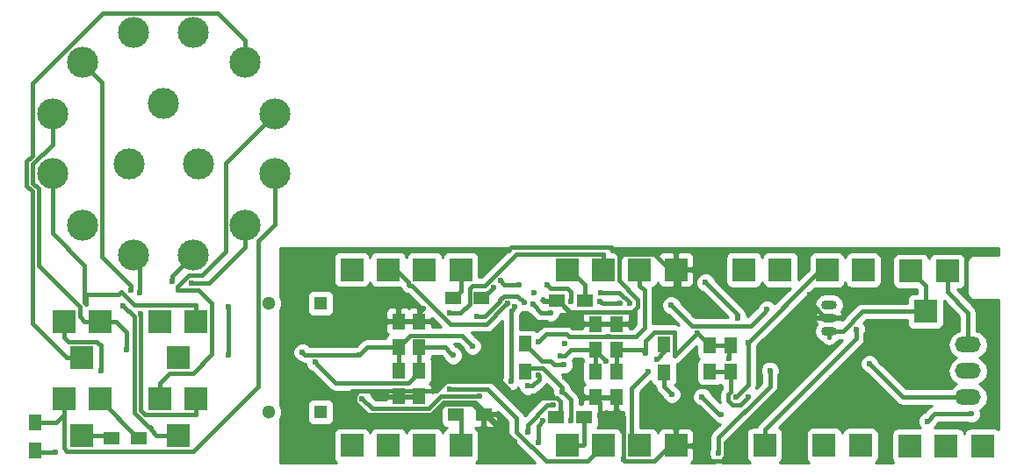
<source format=gbl>
G04 #@! TF.FileFunction,Copper,L2,Bot,Signal*
%FSLAX46Y46*%
G04 Gerber Fmt 4.6, Leading zero omitted, Abs format (unit mm)*
G04 Created by KiCad (PCBNEW (2015-04-22 BZR 5620)-product) date 07/05/2015 20:43:11*
%MOMM*%
G01*
G04 APERTURE LIST*
%ADD10C,0.100000*%
%ADD11R,2.235200X2.235200*%
%ADD12R,1.300000X1.300000*%
%ADD13C,1.300000*%
%ADD14R,1.250000X1.500000*%
%ADD15R,1.500000X1.300000*%
%ADD16R,1.300000X1.500000*%
%ADD17O,3.000000X3.000000*%
%ADD18C,3.000000*%
%ADD19O,1.501140X0.899160*%
%ADD20O,2.499360X1.501140*%
%ADD21C,0.600000*%
%ADD22C,0.400000*%
%ADD23C,0.254000*%
G04 APERTURE END LIST*
D10*
D11*
X103500000Y-70750000D03*
X94250000Y-70750000D03*
D12*
X119000000Y-69000000D03*
D13*
X114000000Y-69000000D03*
D12*
X119000000Y-79500000D03*
D13*
X114000000Y-79500000D03*
D14*
X156500000Y-75600000D03*
X156500000Y-73100000D03*
X158500000Y-75600000D03*
X158500000Y-73100000D03*
X126500000Y-75500000D03*
X126500000Y-78000000D03*
X126500000Y-73250000D03*
X126500000Y-70750000D03*
X145500000Y-73500000D03*
X145500000Y-71000000D03*
X145500000Y-75600000D03*
X145500000Y-78100000D03*
X128500000Y-78000000D03*
X128500000Y-75500000D03*
X128500000Y-70750000D03*
X128500000Y-73250000D03*
X147500000Y-71000000D03*
X147500000Y-73500000D03*
X147500000Y-78100000D03*
X147500000Y-75600000D03*
D11*
X96000000Y-74250000D03*
X107000000Y-78250000D03*
X105250000Y-81750000D03*
X97750000Y-70750000D03*
X103500000Y-78250000D03*
X105250000Y-74250000D03*
X107000000Y-70750000D03*
X96000000Y-81750000D03*
X94250000Y-78250000D03*
X97750000Y-78250000D03*
X179300000Y-82800000D03*
X182800000Y-82800000D03*
X175800000Y-82800000D03*
X177300000Y-69800000D03*
X171030000Y-82740000D03*
X159800000Y-65760000D03*
X122000000Y-82750000D03*
X122000000Y-65750000D03*
X142750000Y-82750000D03*
X142750000Y-65750000D03*
X163300000Y-65760000D03*
X167540000Y-82740000D03*
X129000000Y-65750000D03*
X132500000Y-65750000D03*
X125500000Y-65750000D03*
X129000000Y-82750000D03*
X132500000Y-82750000D03*
X125500000Y-82750000D03*
X167800000Y-65800000D03*
X179400000Y-65900000D03*
X161800000Y-82700000D03*
X175900000Y-65900000D03*
X171300000Y-65800000D03*
X146250000Y-65750000D03*
X153250000Y-82750000D03*
X146250000Y-82750000D03*
X149750000Y-65750000D03*
X153250000Y-65750000D03*
X149750000Y-82750000D03*
D15*
X134500000Y-68500000D03*
X131800000Y-68500000D03*
X141800000Y-68750000D03*
X144500000Y-68750000D03*
X141700000Y-80000000D03*
X144400000Y-80000000D03*
D16*
X152100000Y-75650000D03*
X152100000Y-72950000D03*
X138700000Y-75600000D03*
X138700000Y-72900000D03*
D17*
X100985333Y-64308885D03*
X96009339Y-61435994D03*
X93136448Y-56460000D03*
X93136448Y-50714218D03*
X96009339Y-45738224D03*
X100985333Y-42865333D03*
X106731115Y-42865333D03*
X111707109Y-45738224D03*
X114580000Y-50714218D03*
X114580000Y-56460000D03*
X111707109Y-61435994D03*
X106731115Y-64308885D03*
D18*
X103858224Y-49737109D03*
X100524026Y-55512109D03*
X107192422Y-55512109D03*
D19*
X168000000Y-70430000D03*
X168000000Y-71700000D03*
X168000000Y-69160000D03*
D15*
X134700000Y-79750000D03*
X132000000Y-79750000D03*
D20*
X181400000Y-75540000D03*
X181400000Y-73000000D03*
X181400000Y-78080000D03*
D15*
X98800000Y-82000000D03*
X101500000Y-82000000D03*
D16*
X91500000Y-83200000D03*
X91500000Y-80500000D03*
D21*
X160200000Y-78099990D03*
X181700000Y-79700000D03*
X177500000Y-80400000D03*
X117250000Y-73750000D03*
X122750000Y-74000000D03*
X171900000Y-74849998D03*
X138100000Y-67200000D03*
X136305018Y-66805018D03*
X133644230Y-73144230D03*
X139957816Y-82468163D03*
X143100000Y-68800000D03*
X140800000Y-67199992D03*
X140449998Y-80349999D03*
X139000000Y-77000000D03*
X142127692Y-74098702D03*
X139992707Y-75945805D03*
X146473951Y-74548616D03*
X146010000Y-67967623D03*
X148750002Y-68960000D03*
X152787338Y-69193384D03*
X162027050Y-69590175D03*
X170800000Y-77500000D03*
X168300000Y-76200000D03*
X123000000Y-69000000D03*
X155100000Y-76800000D03*
X165000000Y-75500000D03*
X137100000Y-63900000D03*
X128900000Y-69500000D03*
X157081713Y-69700020D03*
X121300000Y-78200000D03*
X137706520Y-82400007D03*
X135644981Y-67444981D03*
X142550032Y-76070000D03*
X148183400Y-84087602D03*
X142550002Y-72930000D03*
X142461942Y-71154703D03*
X145950000Y-79830000D03*
X166120000Y-68170000D03*
X101647349Y-70033604D03*
X101550000Y-67980000D03*
X100299990Y-73476457D03*
X97800000Y-75499984D03*
X104670000Y-66910000D03*
X106573995Y-67059979D03*
X152849998Y-77800000D03*
X155758946Y-78045229D03*
X157600000Y-79749989D03*
X141400000Y-78849998D03*
X134300000Y-78000000D03*
X123000000Y-78200000D03*
X138935346Y-81425323D03*
X125500000Y-65750000D03*
X136990239Y-68995278D03*
X156100000Y-67000000D03*
X139599998Y-68000000D03*
X159234174Y-70470021D03*
X143100000Y-80349999D03*
X142280223Y-77530021D03*
X159000000Y-78099990D03*
X160200000Y-72800000D03*
X170600000Y-71500000D03*
X131417237Y-69927259D03*
X131440019Y-77259981D03*
X140019239Y-72699979D03*
X146800018Y-72255642D03*
X150600000Y-75600000D03*
X142450796Y-74954868D03*
X137340000Y-76550000D03*
X137710266Y-69343962D03*
X151387983Y-74403859D03*
X150300000Y-73800000D03*
X155300000Y-71900000D03*
X118464666Y-74700020D03*
X131764490Y-74034008D03*
X162300000Y-75500000D03*
X157350002Y-83500000D03*
X158400000Y-74349998D03*
X138600000Y-68900000D03*
X134057717Y-70299990D03*
X147869988Y-69029988D03*
X139450000Y-69090000D03*
X145940000Y-68800000D03*
X141180000Y-69900002D03*
X100740000Y-67760000D03*
X99920000Y-69220000D03*
X110100000Y-69300000D03*
X110100000Y-74000000D03*
X93400000Y-83400000D03*
D22*
X181400000Y-69900000D02*
X179400000Y-67900000D01*
X179400000Y-67900000D02*
X179400000Y-65900000D01*
X158500000Y-75600000D02*
X158500000Y-77563988D01*
X158500000Y-77563988D02*
X158299999Y-77763989D01*
X158299999Y-77763989D02*
X158299999Y-78435991D01*
X158299999Y-78435991D02*
X158663999Y-78799991D01*
X158663999Y-78799991D02*
X159499999Y-78799991D01*
X159499999Y-78799991D02*
X160200000Y-78099990D01*
X156500000Y-75600000D02*
X158500000Y-75600000D01*
X181400000Y-69900000D02*
X181400000Y-73000000D01*
X178200000Y-79700000D02*
X177500000Y-80400000D01*
X181700000Y-79700000D02*
X178200000Y-79700000D01*
X145500000Y-75600000D02*
X145500000Y-73500000D01*
X119750000Y-74000000D02*
X117500000Y-74000000D01*
X117500000Y-74000000D02*
X117250000Y-73750000D01*
X122750000Y-74000000D02*
X119750000Y-74000000D01*
X126500000Y-75500000D02*
X126500000Y-73250000D01*
X126500000Y-73250000D02*
X123500000Y-73250000D01*
X123500000Y-73250000D02*
X122750000Y-74000000D01*
X175130002Y-78080000D02*
X171900000Y-74849998D01*
X181400000Y-78080000D02*
X175130002Y-78080000D01*
X136700000Y-67200000D02*
X136305018Y-66805018D01*
X138100000Y-67200000D02*
X136700000Y-67200000D01*
X127650001Y-72099999D02*
X126500000Y-73250000D01*
X132599999Y-72099999D02*
X127650001Y-72099999D01*
X133644230Y-73144230D02*
X132599999Y-72099999D01*
X142770002Y-67600000D02*
X142000000Y-67600000D01*
X143100000Y-67929998D02*
X142770002Y-67600000D01*
X143100000Y-68800000D02*
X143100000Y-67929998D01*
X142000000Y-67600000D02*
X141200008Y-67600000D01*
X141200008Y-67600000D02*
X141099999Y-67499991D01*
X141099999Y-67499991D02*
X140800000Y-67199992D01*
X139957816Y-80842181D02*
X140449998Y-80349999D01*
X139957816Y-82468163D02*
X139957816Y-80842181D01*
X140049998Y-76374266D02*
X140049998Y-76000000D01*
X139424264Y-77000000D02*
X140049998Y-76374266D01*
X139000000Y-77000000D02*
X139424264Y-77000000D01*
X140046902Y-76000000D02*
X139992707Y-75945805D01*
X140049998Y-76000000D02*
X140046902Y-76000000D01*
X145500000Y-73500000D02*
X145500000Y-73574665D01*
X145500000Y-73574665D02*
X146173952Y-74248617D01*
X146173952Y-74248617D02*
X146473951Y-74548616D01*
X146010000Y-67967623D02*
X147813625Y-67967623D01*
X148750002Y-68904000D02*
X148750002Y-68960000D01*
X147813625Y-67967623D02*
X148750002Y-68904000D01*
X145500000Y-73500000D02*
X143150658Y-73500000D01*
X143150658Y-73500000D02*
X142551956Y-74098702D01*
X142551956Y-74098702D02*
X142127692Y-74098702D01*
X154763976Y-71170022D02*
X160447203Y-71170022D01*
X152787338Y-69193384D02*
X154763976Y-71170022D01*
X160447203Y-71170022D02*
X161727051Y-69890174D01*
X161727051Y-69890174D02*
X162027050Y-69590175D01*
X147500000Y-78100000D02*
X145500000Y-78100000D01*
X147500000Y-71000000D02*
X145500000Y-71000000D01*
X126500000Y-70750000D02*
X128500000Y-70750000D01*
X128500000Y-78000000D02*
X126500000Y-78000000D01*
X169600000Y-77500000D02*
X168300000Y-76200000D01*
X170800000Y-77500000D02*
X169600000Y-77500000D01*
X123000000Y-69000000D02*
X123500000Y-68500000D01*
X124375000Y-68500000D02*
X124875000Y-69000000D01*
X123500000Y-68500000D02*
X124375000Y-68500000D01*
X124875000Y-69000000D02*
X126500000Y-69000000D01*
X126500000Y-69000000D02*
X126500000Y-70750000D01*
X153250000Y-81232400D02*
X153250000Y-82750000D01*
X153250000Y-79074264D02*
X153250000Y-81232400D01*
X155100000Y-77224264D02*
X153250000Y-79074264D01*
X155100000Y-76800000D02*
X155100000Y-77224264D01*
X156217601Y-84200001D02*
X154767600Y-82750000D01*
X157686003Y-84200001D02*
X156217601Y-84200001D01*
X158050003Y-83836001D02*
X157686003Y-84200001D01*
X158050003Y-82449997D02*
X158050003Y-83836001D01*
X154767600Y-82750000D02*
X153250000Y-82750000D01*
X165000000Y-75500000D02*
X158050003Y-82449997D01*
X128500000Y-69900000D02*
X128900000Y-69500000D01*
X128500000Y-70750000D02*
X128500000Y-69900000D01*
X153250000Y-67650010D02*
X153250000Y-65750000D01*
X154900000Y-69300010D02*
X153250000Y-67650010D01*
X153250000Y-65750000D02*
X153250000Y-67267600D01*
X155682420Y-69700020D02*
X156657449Y-69700020D01*
X156657449Y-69700020D02*
X157081713Y-69700020D01*
X147500000Y-79250000D02*
X147500000Y-78100000D01*
X148232399Y-79982399D02*
X147500000Y-79250000D01*
X148232399Y-84187601D02*
X148232399Y-79982399D01*
X148312399Y-84267601D02*
X148232399Y-84187601D01*
X151187601Y-84267601D02*
X148312399Y-84267601D01*
X153250000Y-82205202D02*
X151187601Y-84267601D01*
X153250000Y-79074264D02*
X153250000Y-82205202D01*
X122000001Y-77499999D02*
X121300000Y-78200000D01*
X124974999Y-77499999D02*
X122000001Y-77499999D01*
X125475000Y-78000000D02*
X126500000Y-78000000D01*
X124974999Y-77499999D02*
X125475000Y-78000000D01*
X122663999Y-77499999D02*
X124974999Y-77499999D01*
X133649999Y-78699999D02*
X134700000Y-79750000D01*
X130929999Y-78699999D02*
X133649999Y-78699999D01*
X129879987Y-79750011D02*
X130929999Y-78699999D01*
X123514009Y-79750011D02*
X129879987Y-79750011D01*
X137450007Y-82400007D02*
X137706520Y-82400007D01*
X134800000Y-79750000D02*
X137450007Y-82400007D01*
X134700000Y-79750000D02*
X134800000Y-79750000D01*
X142100001Y-79599999D02*
X141700000Y-80000000D01*
X141736001Y-78149997D02*
X142100001Y-78513997D01*
X137903995Y-78149997D02*
X141736001Y-78149997D01*
X136313978Y-76559980D02*
X137903995Y-78149997D01*
X131104018Y-76559980D02*
X136313978Y-76559980D01*
X130163999Y-77499999D02*
X131104018Y-76559980D01*
X122663999Y-77499999D02*
X130163999Y-77499999D01*
X122299999Y-77863999D02*
X122663999Y-77499999D01*
X122299999Y-78536001D02*
X122299999Y-77863999D01*
X123514009Y-79750011D02*
X122299999Y-78536001D01*
X129693533Y-79750011D02*
X123514009Y-79750011D01*
X130843534Y-78600010D02*
X129693533Y-79750011D01*
X133906523Y-78600010D02*
X130843534Y-78600010D01*
X142100001Y-78513997D02*
X142100001Y-79599999D01*
X137706520Y-82400007D02*
X133906523Y-78600010D01*
X134589962Y-68500000D02*
X135644981Y-67444981D01*
X134500000Y-68500000D02*
X134589962Y-68500000D01*
X147767601Y-64312399D02*
X147055203Y-63600001D01*
X142989990Y-69839990D02*
X149056012Y-69839990D01*
X149590001Y-68633999D02*
X147767601Y-66811599D01*
X147767601Y-66811599D02*
X147767601Y-64312399D01*
X137399999Y-63600001D02*
X137100000Y-63900000D01*
X149056012Y-69839990D02*
X149590001Y-69306001D01*
X149590001Y-69306001D02*
X149590001Y-68633999D01*
X141900000Y-68750000D02*
X142989990Y-69839990D01*
X147055203Y-63600001D02*
X137399999Y-63600001D01*
X147847601Y-64232399D02*
X147767601Y-64312399D01*
X151187601Y-64232399D02*
X147847601Y-64232399D01*
X153564724Y-66609522D02*
X151187601Y-64232399D01*
X153564724Y-67582324D02*
X153564724Y-66609522D01*
X153250000Y-67267600D02*
X153564724Y-67582324D01*
X153564724Y-67582324D02*
X155682420Y-69700020D01*
X142550032Y-76175032D02*
X142550032Y-76070000D01*
X144475000Y-78100000D02*
X142550032Y-76175032D01*
X145500000Y-78100000D02*
X144475000Y-78100000D01*
X145500000Y-71000000D02*
X144050000Y-71000000D01*
X144050000Y-71000000D02*
X142950000Y-69900000D01*
X142950000Y-69900000D02*
X142950000Y-69800000D01*
X142950000Y-69800000D02*
X141900000Y-68750000D01*
X141900000Y-68750000D02*
X141800000Y-68750000D01*
X142616645Y-71000000D02*
X142461942Y-71154703D01*
X144050000Y-71000000D02*
X142616645Y-71000000D01*
X145910000Y-79820000D02*
X145940000Y-79820000D01*
X145940000Y-79820000D02*
X145950000Y-79830000D01*
X145950000Y-78550000D02*
X145950000Y-79830000D01*
X145500000Y-78100000D02*
X145950000Y-78550000D01*
X166120000Y-68850990D02*
X166120000Y-68170000D01*
X167699010Y-70430000D02*
X166120000Y-68850990D01*
X168000000Y-70430000D02*
X167699010Y-70430000D01*
X101647349Y-79352551D02*
X101647349Y-70033604D01*
X102062399Y-79767601D02*
X101647349Y-79352551D01*
X106999999Y-79767601D02*
X102062399Y-79767601D01*
X107000000Y-78250000D02*
X106999999Y-79767601D01*
X101550000Y-67980000D02*
X101550000Y-64873552D01*
X101550000Y-64873552D02*
X100985333Y-64308885D01*
X97750000Y-70750000D02*
X99267600Y-70750000D01*
X99267600Y-70750000D02*
X100299990Y-71782390D01*
X100299990Y-71782390D02*
X100299990Y-73476457D01*
X93136448Y-53647998D02*
X93136448Y-52835538D01*
X91236447Y-55547999D02*
X93136448Y-53647998D01*
X91236447Y-57372001D02*
X91236447Y-55547999D01*
X91800010Y-57935564D02*
X91236447Y-57372001D01*
X91800010Y-65344808D02*
X91800010Y-57935564D01*
X95767601Y-69312399D02*
X91800010Y-65344808D01*
X95767601Y-70285201D02*
X95767601Y-69312399D01*
X96232400Y-70750000D02*
X95767601Y-70285201D01*
X97750000Y-70750000D02*
X96232400Y-70750000D01*
X93136448Y-52835538D02*
X93136448Y-50714218D01*
X108517601Y-73937601D02*
X108517601Y-69029060D01*
X105219999Y-67759990D02*
X105219999Y-67423999D01*
X105219999Y-67423999D02*
X106313998Y-66330000D01*
X113080001Y-52214217D02*
X114580000Y-50714218D01*
X106687601Y-75767601D02*
X108517601Y-73937601D01*
X104464799Y-75767601D02*
X106687601Y-75767601D01*
X107522002Y-66330000D02*
X109807108Y-64044894D01*
X108517601Y-69029060D02*
X107248531Y-67759990D01*
X107248531Y-67759990D02*
X105219999Y-67759990D01*
X109807108Y-55487110D02*
X113080001Y-52214217D01*
X103500000Y-76732400D02*
X104464799Y-75767601D01*
X106313998Y-66330000D02*
X107522002Y-66330000D01*
X103500000Y-78250000D02*
X103500000Y-76732400D01*
X109807108Y-64044894D02*
X109807108Y-55487110D01*
X93136448Y-58581320D02*
X93136448Y-56460000D01*
X93136448Y-62223647D02*
X93136448Y-58581320D01*
X96232399Y-65319598D02*
X93136448Y-62223647D01*
X96232399Y-68928655D02*
X96232399Y-65319598D01*
X96367610Y-69063866D02*
X96232399Y-68928655D01*
X96367611Y-68130000D02*
X96367610Y-69063866D01*
X99520000Y-68130000D02*
X96367611Y-68130000D01*
X99780000Y-67870000D02*
X99520000Y-68130000D01*
X101060000Y-69150000D02*
X99780000Y-67870000D01*
X106999999Y-69150000D02*
X101060000Y-69150000D01*
X107000000Y-70750000D02*
X106999999Y-69150000D01*
X107000000Y-70750000D02*
X106999999Y-70205203D01*
X97800000Y-73094798D02*
X97800000Y-75075720D01*
X97437601Y-72732399D02*
X97800000Y-73094798D01*
X94250000Y-72267600D02*
X94714799Y-72732399D01*
X94250000Y-70750000D02*
X94250000Y-72267600D01*
X94714799Y-72732399D02*
X97437601Y-72732399D01*
X97800000Y-75075720D02*
X97800000Y-75499984D01*
X104670000Y-66910000D02*
X104670000Y-66370000D01*
X104670000Y-66370000D02*
X106731115Y-64308885D01*
X94250000Y-78250000D02*
X94250000Y-79767600D01*
X94250000Y-79767600D02*
X93517600Y-80500000D01*
X93517600Y-80500000D02*
X92550000Y-80500000D01*
X92550000Y-80500000D02*
X91500000Y-80500000D01*
X94250000Y-78250000D02*
X94250000Y-82955202D01*
X94250000Y-82955202D02*
X94562399Y-83267601D01*
X94562399Y-83267601D02*
X106687601Y-83267601D01*
X106687601Y-83267601D02*
X112949999Y-77005203D01*
X112949999Y-77005203D02*
X112949999Y-63005106D01*
X112949999Y-63005106D02*
X114580000Y-61375105D01*
X114580000Y-61375105D02*
X114580000Y-58581320D01*
X114580000Y-58581320D02*
X114580000Y-56460000D01*
X101500000Y-82000000D02*
X101400000Y-82000000D01*
X101400000Y-82000000D02*
X97750000Y-78350000D01*
X97750000Y-78350000D02*
X97750000Y-78250000D01*
X111707109Y-61435994D02*
X111707109Y-63557314D01*
X106998259Y-67059979D02*
X106573995Y-67059979D01*
X111707109Y-63557314D02*
X108204444Y-67059979D01*
X108204444Y-67059979D02*
X106998259Y-67059979D01*
X152100000Y-75650000D02*
X152100000Y-77050002D01*
X152100000Y-77050002D02*
X152849998Y-77800000D01*
X157600000Y-79749989D02*
X157463706Y-79749989D01*
X157463706Y-79749989D02*
X155758946Y-78045229D01*
X123000000Y-78200000D02*
X123950001Y-79150001D01*
X123950001Y-79150001D02*
X129445001Y-79150001D01*
X129445001Y-79150001D02*
X130595002Y-78000000D01*
X130595002Y-78000000D02*
X134300000Y-78000000D01*
X138935346Y-81001059D02*
X138935346Y-81425323D01*
X138935346Y-80740390D02*
X138935346Y-81001059D01*
X141400000Y-78849998D02*
X140825738Y-78849998D01*
X140825738Y-78849998D02*
X138935346Y-80740390D01*
X136690240Y-69295277D02*
X136990239Y-68995278D01*
X131500000Y-71000000D02*
X134985517Y-71000000D01*
X127767601Y-67267601D02*
X131500000Y-71000000D01*
X127562399Y-67267601D02*
X127767601Y-67267601D01*
X127482399Y-66982399D02*
X127482399Y-67187601D01*
X134985517Y-71000000D02*
X136690240Y-69295277D01*
X126250000Y-65750000D02*
X127482399Y-66982399D01*
X127482399Y-67187601D02*
X127562399Y-67267601D01*
X125500000Y-65750000D02*
X126250000Y-65750000D01*
X159234174Y-70134174D02*
X159234174Y-70470021D01*
X156100000Y-67000000D02*
X159234174Y-70134174D01*
X144400000Y-80000000D02*
X144400000Y-82617600D01*
X144400000Y-82617600D02*
X144267600Y-82750000D01*
X144267600Y-82750000D02*
X142750000Y-82750000D01*
X144500000Y-67200000D02*
X144500000Y-68750000D01*
X143050000Y-65750000D02*
X144500000Y-67200000D01*
X142750000Y-65750000D02*
X143050000Y-65750000D01*
X138700000Y-75600000D02*
X139054205Y-75245795D01*
X142580222Y-77830020D02*
X142280223Y-77530021D01*
X142280223Y-77105757D02*
X142280223Y-77530021D01*
X140420261Y-75245795D02*
X142280223Y-77105757D01*
X139054205Y-75245795D02*
X140420261Y-75245795D01*
X143100000Y-78349798D02*
X142580222Y-77830020D01*
X143100000Y-80349999D02*
X143100000Y-78349798D01*
X132500000Y-65750000D02*
X132500000Y-67800000D01*
X132500000Y-67800000D02*
X131800000Y-68500000D01*
X132500000Y-82750000D02*
X132500000Y-80250000D01*
X132500000Y-80250000D02*
X132000000Y-79750000D01*
X160200000Y-72800000D02*
X160200000Y-76899990D01*
X160200000Y-76899990D02*
X159000000Y-78099990D01*
X160200000Y-72800000D02*
X167200000Y-65800000D01*
X167200000Y-65800000D02*
X167800000Y-65800000D01*
X161800000Y-82700000D02*
X161800000Y-81182400D01*
X161800000Y-81182400D02*
X170600000Y-72382400D01*
X170600000Y-72382400D02*
X170600000Y-71500000D01*
X132492743Y-69927259D02*
X131417237Y-69927259D01*
X133349999Y-69070003D02*
X132492743Y-69927259D01*
X133349999Y-67529999D02*
X133349999Y-69070003D01*
X133612397Y-67267601D02*
X133349999Y-67529999D01*
X134832399Y-67267601D02*
X133612397Y-67267601D01*
X137867601Y-64232399D02*
X134832399Y-67267601D01*
X146249999Y-64232399D02*
X137867601Y-64232399D01*
X146250000Y-65750000D02*
X146249999Y-64232399D01*
X135059981Y-77259981D02*
X137900000Y-80100000D01*
X137900000Y-81446349D02*
X140721252Y-84267601D01*
X140721252Y-84267601D02*
X144732399Y-84267601D01*
X144732399Y-84267601D02*
X146250000Y-82750000D01*
X131440019Y-77259981D02*
X135059981Y-77259981D01*
X137900000Y-80100000D02*
X137900000Y-81446349D01*
X147224282Y-72255642D02*
X146800018Y-72255642D01*
X149750000Y-65750000D02*
X149750000Y-67267600D01*
X149344358Y-72255642D02*
X147224282Y-72255642D01*
X149750000Y-67267600D02*
X150190011Y-67707611D01*
X150190011Y-67707611D02*
X150190011Y-71409989D01*
X150190011Y-71409989D02*
X149344358Y-72255642D01*
X142714308Y-72004148D02*
X142965802Y-72255642D01*
X142965802Y-72255642D02*
X146375754Y-72255642D01*
X146375754Y-72255642D02*
X146800018Y-72255642D01*
X140019239Y-72699979D02*
X140715070Y-72004148D01*
X140715070Y-72004148D02*
X142714308Y-72004148D01*
X149000000Y-77200000D02*
X150600000Y-75600000D01*
X149000000Y-82000000D02*
X149000000Y-77200000D01*
X149750000Y-82750000D02*
X149000000Y-82000000D01*
X138700000Y-73000000D02*
X140300003Y-74600003D01*
X141175739Y-74600003D02*
X141530604Y-74954868D01*
X138700000Y-72900000D02*
X138700000Y-73000000D01*
X142026532Y-74954868D02*
X142450796Y-74954868D01*
X141530604Y-74954868D02*
X142026532Y-74954868D01*
X140300003Y-74600003D02*
X141175739Y-74600003D01*
X137340000Y-76550000D02*
X137340000Y-69714228D01*
X137340000Y-69714228D02*
X137410267Y-69643961D01*
X137410267Y-69643961D02*
X137710266Y-69343962D01*
X152100000Y-72950000D02*
X152100000Y-73691842D01*
X152100000Y-73691842D02*
X151387983Y-74403859D01*
X177300000Y-69800000D02*
X177300000Y-67300000D01*
X177300000Y-67300000D02*
X175900000Y-65900000D01*
X147500000Y-73500000D02*
X150000001Y-73500001D01*
X150000001Y-73500001D02*
X150300000Y-73800000D01*
X156500000Y-73100000D02*
X158500000Y-73100000D01*
X156500000Y-73100000D02*
X155300000Y-71900000D01*
X147500000Y-73500000D02*
X147500000Y-75600000D01*
X118764665Y-75000019D02*
X118464666Y-74700020D01*
X120464647Y-76700001D02*
X118764665Y-75000019D01*
X128500000Y-75625000D02*
X127424999Y-76700001D01*
X127424999Y-76700001D02*
X120464647Y-76700001D01*
X128500000Y-75500000D02*
X128500000Y-75625000D01*
X128500000Y-73250000D02*
X128500000Y-75500000D01*
X169150570Y-71700000D02*
X168000000Y-71700000D01*
X169363998Y-71700000D02*
X169150570Y-71700000D01*
X171263998Y-69800000D02*
X169363998Y-71700000D01*
X177300000Y-69800000D02*
X171263998Y-69800000D01*
X128500000Y-73250000D02*
X130980482Y-73250000D01*
X131464491Y-73734009D02*
X131764490Y-74034008D01*
X130980482Y-73250000D02*
X131464491Y-73734009D01*
X157350002Y-81985990D02*
X157350002Y-83500000D01*
X162300000Y-77035992D02*
X157350002Y-81985990D01*
X162300000Y-75500000D02*
X162300000Y-77035992D01*
X158400000Y-73200000D02*
X158500000Y-73100000D01*
X158400000Y-74349998D02*
X158400000Y-73200000D01*
X150300000Y-73375736D02*
X150300000Y-73800000D01*
X150300000Y-72629998D02*
X150300000Y-73375736D01*
X151129999Y-71799999D02*
X150300000Y-72629998D01*
X153070001Y-71799999D02*
X151129999Y-71799999D01*
X153150001Y-71879999D02*
X153070001Y-71799999D01*
X153150001Y-74049999D02*
X153150001Y-71879999D01*
X155300000Y-71900000D02*
X153150001Y-74049999D01*
X134836985Y-70299990D02*
X134057717Y-70299990D01*
X136290238Y-68846737D02*
X134836985Y-70299990D01*
X136290238Y-68659277D02*
X136290238Y-68846737D01*
X136654238Y-68295277D02*
X136290238Y-68659277D01*
X137995277Y-68295277D02*
X136654238Y-68295277D01*
X138600000Y-68900000D02*
X137995277Y-68295277D01*
X146169988Y-69029988D02*
X145940000Y-68800000D01*
X147869988Y-69029988D02*
X146169988Y-69029988D01*
X140260002Y-69900002D02*
X139450000Y-69090000D01*
X141180000Y-69900002D02*
X140260002Y-69900002D01*
X168000000Y-71700000D02*
X168000000Y-72280000D01*
X91200000Y-54735904D02*
X91200000Y-47735561D01*
X90636438Y-55299466D02*
X91200000Y-54735904D01*
X96000000Y-74250000D02*
X94482400Y-74250000D01*
X94482400Y-74250000D02*
X91200000Y-70967600D01*
X91200000Y-70967600D02*
X91200000Y-58184096D01*
X91200000Y-58184096D02*
X90636437Y-57620533D01*
X90636437Y-57620533D02*
X90636438Y-55299466D01*
X91200000Y-47735561D02*
X97970229Y-40965332D01*
X97970229Y-40965332D02*
X109055537Y-40965332D01*
X109055537Y-40965332D02*
X111707109Y-43616904D01*
X111707109Y-43616904D02*
X111707109Y-45738224D01*
X105250000Y-81750000D02*
X103196256Y-81750000D01*
X103196256Y-81750000D02*
X102650001Y-81203745D01*
X102650001Y-81203745D02*
X102650001Y-81029999D01*
X102650001Y-81029999D02*
X102570001Y-80949999D01*
X102570001Y-80949999D02*
X102396255Y-80949999D01*
X102396255Y-80949999D02*
X101000000Y-79553744D01*
X101000000Y-79553744D02*
X101000000Y-70300000D01*
X101000000Y-70300000D02*
X99920000Y-69220000D01*
X100740000Y-67760000D02*
X100740000Y-67335736D01*
X100740000Y-67335736D02*
X97909340Y-64505076D01*
X97909340Y-64505076D02*
X97909340Y-47638225D01*
X97909340Y-47638225D02*
X97509338Y-47238223D01*
X97509338Y-47238223D02*
X96009339Y-45738224D01*
X110100000Y-74000000D02*
X110100000Y-69300000D01*
X96000000Y-81750000D02*
X98550000Y-81750000D01*
X98550000Y-81750000D02*
X98800000Y-82000000D01*
X93400000Y-83400000D02*
X91700000Y-83400000D01*
X91700000Y-83400000D02*
X91500000Y-83200000D01*
D23*
G36*
X128647000Y-78127000D02*
X128627000Y-78127000D01*
X128627000Y-78147000D01*
X128373000Y-78147000D01*
X128373000Y-78127000D01*
X127601250Y-78127000D01*
X127398750Y-78127000D01*
X126627000Y-78127000D01*
X126627000Y-78147000D01*
X126373000Y-78147000D01*
X126373000Y-78127000D01*
X125398750Y-78127000D01*
X125240000Y-78285750D01*
X125240000Y-78315001D01*
X124295869Y-78315001D01*
X123892534Y-77911666D01*
X123793117Y-77671057D01*
X123657298Y-77535001D01*
X125240000Y-77535001D01*
X125240000Y-77714250D01*
X125398750Y-77873000D01*
X126373000Y-77873000D01*
X126373000Y-77853000D01*
X126627000Y-77853000D01*
X126627000Y-77873000D01*
X127398750Y-77873000D01*
X127601250Y-77873000D01*
X128373000Y-77873000D01*
X128373000Y-77853000D01*
X128627000Y-77853000D01*
X128627000Y-77873000D01*
X128647000Y-77873000D01*
X128647000Y-78127000D01*
X128647000Y-78127000D01*
G37*
X128647000Y-78127000D02*
X128627000Y-78127000D01*
X128627000Y-78147000D01*
X128373000Y-78147000D01*
X128373000Y-78127000D01*
X127601250Y-78127000D01*
X127398750Y-78127000D01*
X126627000Y-78127000D01*
X126627000Y-78147000D01*
X126373000Y-78147000D01*
X126373000Y-78127000D01*
X125398750Y-78127000D01*
X125240000Y-78285750D01*
X125240000Y-78315001D01*
X124295869Y-78315001D01*
X123892534Y-77911666D01*
X123793117Y-77671057D01*
X123657298Y-77535001D01*
X125240000Y-77535001D01*
X125240000Y-77714250D01*
X125398750Y-77873000D01*
X126373000Y-77873000D01*
X126373000Y-77853000D01*
X126627000Y-77853000D01*
X126627000Y-77873000D01*
X127398750Y-77873000D01*
X127601250Y-77873000D01*
X128373000Y-77873000D01*
X128373000Y-77853000D01*
X128627000Y-77853000D01*
X128627000Y-77873000D01*
X128647000Y-77873000D01*
X128647000Y-78127000D01*
G36*
X134647000Y-68627000D02*
X134627000Y-68627000D01*
X134627000Y-68647000D01*
X134373000Y-68647000D01*
X134373000Y-68627000D01*
X134353000Y-68627000D01*
X134353000Y-68373000D01*
X134373000Y-68373000D01*
X134373000Y-68353000D01*
X134627000Y-68353000D01*
X134627000Y-68373000D01*
X134647000Y-68373000D01*
X134647000Y-68627000D01*
X134647000Y-68627000D01*
G37*
X134647000Y-68627000D02*
X134627000Y-68627000D01*
X134627000Y-68647000D01*
X134373000Y-68647000D01*
X134373000Y-68627000D01*
X134353000Y-68627000D01*
X134353000Y-68373000D01*
X134373000Y-68373000D01*
X134373000Y-68353000D01*
X134627000Y-68353000D01*
X134627000Y-68373000D01*
X134647000Y-68373000D01*
X134647000Y-68627000D01*
G36*
X137299563Y-63627000D02*
X137277167Y-63641965D01*
X134486531Y-66432601D01*
X134265040Y-66432601D01*
X134265040Y-64632400D01*
X134218063Y-64390277D01*
X134078273Y-64177473D01*
X133867240Y-64035023D01*
X133617600Y-63984960D01*
X131382400Y-63984960D01*
X131140277Y-64031937D01*
X130927473Y-64171727D01*
X130785023Y-64382760D01*
X130750248Y-64556163D01*
X130718063Y-64390277D01*
X130578273Y-64177473D01*
X130367240Y-64035023D01*
X130117600Y-63984960D01*
X127882400Y-63984960D01*
X127640277Y-64031937D01*
X127427473Y-64171727D01*
X127285023Y-64382760D01*
X127250248Y-64556163D01*
X127218063Y-64390277D01*
X127078273Y-64177473D01*
X126867240Y-64035023D01*
X126617600Y-63984960D01*
X124382400Y-63984960D01*
X124140277Y-64031937D01*
X123927473Y-64171727D01*
X123785023Y-64382760D01*
X123750248Y-64556163D01*
X123718063Y-64390277D01*
X123578273Y-64177473D01*
X123367240Y-64035023D01*
X123117600Y-63984960D01*
X120882400Y-63984960D01*
X120640277Y-64031937D01*
X120427473Y-64171727D01*
X120285023Y-64382760D01*
X120234960Y-64632400D01*
X120234960Y-66867600D01*
X120281937Y-67109723D01*
X120421727Y-67322527D01*
X120632760Y-67464977D01*
X120882400Y-67515040D01*
X123117600Y-67515040D01*
X123359723Y-67468063D01*
X123572527Y-67328273D01*
X123714977Y-67117240D01*
X123749751Y-66943836D01*
X123781937Y-67109723D01*
X123921727Y-67322527D01*
X124132760Y-67464977D01*
X124382400Y-67515040D01*
X126617600Y-67515040D01*
X126709003Y-67497305D01*
X126710960Y-67507142D01*
X126891965Y-67778035D01*
X126971965Y-67858035D01*
X127242858Y-68039040D01*
X127242859Y-68039040D01*
X127386804Y-68067672D01*
X128734941Y-69415809D01*
X128627000Y-69523750D01*
X128627000Y-70623000D01*
X129601250Y-70623000D01*
X129760000Y-70464250D01*
X129760000Y-70440868D01*
X130584130Y-71264999D01*
X129760000Y-71264999D01*
X129760000Y-71035750D01*
X129601250Y-70877000D01*
X128627000Y-70877000D01*
X128627000Y-70897000D01*
X128373000Y-70897000D01*
X128373000Y-70877000D01*
X128373000Y-70623000D01*
X128373000Y-69523750D01*
X128214250Y-69365000D01*
X128001309Y-69365000D01*
X127748690Y-69365000D01*
X127515301Y-69461673D01*
X127500000Y-69476974D01*
X127484699Y-69461673D01*
X127251310Y-69365000D01*
X126998691Y-69365000D01*
X126785750Y-69365000D01*
X126627000Y-69523750D01*
X126627000Y-70623000D01*
X127398750Y-70623000D01*
X127601250Y-70623000D01*
X128373000Y-70623000D01*
X128373000Y-70877000D01*
X127601250Y-70877000D01*
X127398750Y-70877000D01*
X126627000Y-70877000D01*
X126627000Y-70897000D01*
X126373000Y-70897000D01*
X126373000Y-70877000D01*
X126373000Y-70623000D01*
X126373000Y-69523750D01*
X126214250Y-69365000D01*
X126001309Y-69365000D01*
X125748690Y-69365000D01*
X125515301Y-69461673D01*
X125336673Y-69640302D01*
X125240000Y-69873691D01*
X125240000Y-70464250D01*
X125398750Y-70623000D01*
X126373000Y-70623000D01*
X126373000Y-70877000D01*
X125398750Y-70877000D01*
X125240000Y-71035750D01*
X125240000Y-71626309D01*
X125336673Y-71859698D01*
X125478150Y-72001176D01*
X125420073Y-72039327D01*
X125277623Y-72250360D01*
X125244605Y-72415000D01*
X123500000Y-72415000D01*
X123180459Y-72478561D01*
X122909566Y-72659566D01*
X122461666Y-73107465D01*
X122322421Y-73165000D01*
X120297440Y-73165000D01*
X120297440Y-69650000D01*
X120297440Y-68350000D01*
X120250463Y-68107877D01*
X120110673Y-67895073D01*
X119899640Y-67752623D01*
X119650000Y-67702560D01*
X118350000Y-67702560D01*
X118107877Y-67749537D01*
X117895073Y-67889327D01*
X117752623Y-68100360D01*
X117702560Y-68350000D01*
X117702560Y-69650000D01*
X117749537Y-69892123D01*
X117889327Y-70104927D01*
X118100360Y-70247377D01*
X118350000Y-70297440D01*
X119650000Y-70297440D01*
X119892123Y-70250463D01*
X120104927Y-70110673D01*
X120247377Y-69899640D01*
X120297440Y-69650000D01*
X120297440Y-73165000D01*
X119750000Y-73165000D01*
X117987157Y-73165000D01*
X117780327Y-72957808D01*
X117436799Y-72815162D01*
X117064833Y-72814838D01*
X116721057Y-72956883D01*
X116457808Y-73219673D01*
X116315162Y-73563201D01*
X116314838Y-73935167D01*
X116456883Y-74278943D01*
X116719673Y-74542192D01*
X117030578Y-74671291D01*
X117030579Y-74671292D01*
X117180459Y-74771439D01*
X117180460Y-74771439D01*
X117500000Y-74835000D01*
X117529547Y-74835000D01*
X117529504Y-74885187D01*
X117671549Y-75228963D01*
X117934339Y-75492212D01*
X118176576Y-75592798D01*
X119874213Y-77290435D01*
X120145106Y-77471440D01*
X120145107Y-77471441D01*
X120464647Y-77535001D01*
X122342715Y-77535001D01*
X122207808Y-77669673D01*
X122065162Y-78013201D01*
X122064838Y-78385167D01*
X122206883Y-78728943D01*
X122469673Y-78992192D01*
X122711910Y-79092778D01*
X123359567Y-79740435D01*
X123630460Y-79921440D01*
X123630461Y-79921440D01*
X123950001Y-79985001D01*
X129445001Y-79985001D01*
X129764541Y-79921440D01*
X129764542Y-79921440D01*
X130035435Y-79740435D01*
X130602560Y-79173310D01*
X130602560Y-80400000D01*
X130649537Y-80642123D01*
X130789327Y-80854927D01*
X131000360Y-80997377D01*
X131156753Y-81028740D01*
X131140277Y-81031937D01*
X130927473Y-81171727D01*
X130785023Y-81382760D01*
X130750248Y-81556163D01*
X130718063Y-81390277D01*
X130578273Y-81177473D01*
X130367240Y-81035023D01*
X130117600Y-80984960D01*
X127882400Y-80984960D01*
X127640277Y-81031937D01*
X127427473Y-81171727D01*
X127285023Y-81382760D01*
X127250248Y-81556163D01*
X127218063Y-81390277D01*
X127078273Y-81177473D01*
X126867240Y-81035023D01*
X126617600Y-80984960D01*
X124382400Y-80984960D01*
X124140277Y-81031937D01*
X123927473Y-81171727D01*
X123785023Y-81382760D01*
X123750248Y-81556163D01*
X123718063Y-81390277D01*
X123578273Y-81177473D01*
X123367240Y-81035023D01*
X123117600Y-80984960D01*
X120882400Y-80984960D01*
X120640277Y-81031937D01*
X120427473Y-81171727D01*
X120297440Y-81364364D01*
X120297440Y-80150000D01*
X120297440Y-78850000D01*
X120250463Y-78607877D01*
X120110673Y-78395073D01*
X119899640Y-78252623D01*
X119650000Y-78202560D01*
X118350000Y-78202560D01*
X118107877Y-78249537D01*
X117895073Y-78389327D01*
X117752623Y-78600360D01*
X117702560Y-78850000D01*
X117702560Y-80150000D01*
X117749537Y-80392123D01*
X117889327Y-80604927D01*
X118100360Y-80747377D01*
X118350000Y-80797440D01*
X119650000Y-80797440D01*
X119892123Y-80750463D01*
X120104927Y-80610673D01*
X120247377Y-80399640D01*
X120297440Y-80150000D01*
X120297440Y-81364364D01*
X120285023Y-81382760D01*
X120234960Y-81632400D01*
X120234960Y-83867600D01*
X120281937Y-84109723D01*
X120421727Y-84322527D01*
X120496500Y-84373000D01*
X115127000Y-84373000D01*
X115127000Y-80136692D01*
X115284777Y-79756724D01*
X115285223Y-79245519D01*
X115127000Y-78862591D01*
X115127000Y-69636692D01*
X115284777Y-69256724D01*
X115285223Y-68745519D01*
X115127000Y-68362591D01*
X115127000Y-63627000D01*
X137299563Y-63627000D01*
X137299563Y-63627000D01*
G37*
X137299563Y-63627000D02*
X137277167Y-63641965D01*
X134486531Y-66432601D01*
X134265040Y-66432601D01*
X134265040Y-64632400D01*
X134218063Y-64390277D01*
X134078273Y-64177473D01*
X133867240Y-64035023D01*
X133617600Y-63984960D01*
X131382400Y-63984960D01*
X131140277Y-64031937D01*
X130927473Y-64171727D01*
X130785023Y-64382760D01*
X130750248Y-64556163D01*
X130718063Y-64390277D01*
X130578273Y-64177473D01*
X130367240Y-64035023D01*
X130117600Y-63984960D01*
X127882400Y-63984960D01*
X127640277Y-64031937D01*
X127427473Y-64171727D01*
X127285023Y-64382760D01*
X127250248Y-64556163D01*
X127218063Y-64390277D01*
X127078273Y-64177473D01*
X126867240Y-64035023D01*
X126617600Y-63984960D01*
X124382400Y-63984960D01*
X124140277Y-64031937D01*
X123927473Y-64171727D01*
X123785023Y-64382760D01*
X123750248Y-64556163D01*
X123718063Y-64390277D01*
X123578273Y-64177473D01*
X123367240Y-64035023D01*
X123117600Y-63984960D01*
X120882400Y-63984960D01*
X120640277Y-64031937D01*
X120427473Y-64171727D01*
X120285023Y-64382760D01*
X120234960Y-64632400D01*
X120234960Y-66867600D01*
X120281937Y-67109723D01*
X120421727Y-67322527D01*
X120632760Y-67464977D01*
X120882400Y-67515040D01*
X123117600Y-67515040D01*
X123359723Y-67468063D01*
X123572527Y-67328273D01*
X123714977Y-67117240D01*
X123749751Y-66943836D01*
X123781937Y-67109723D01*
X123921727Y-67322527D01*
X124132760Y-67464977D01*
X124382400Y-67515040D01*
X126617600Y-67515040D01*
X126709003Y-67497305D01*
X126710960Y-67507142D01*
X126891965Y-67778035D01*
X126971965Y-67858035D01*
X127242858Y-68039040D01*
X127242859Y-68039040D01*
X127386804Y-68067672D01*
X128734941Y-69415809D01*
X128627000Y-69523750D01*
X128627000Y-70623000D01*
X129601250Y-70623000D01*
X129760000Y-70464250D01*
X129760000Y-70440868D01*
X130584130Y-71264999D01*
X129760000Y-71264999D01*
X129760000Y-71035750D01*
X129601250Y-70877000D01*
X128627000Y-70877000D01*
X128627000Y-70897000D01*
X128373000Y-70897000D01*
X128373000Y-70877000D01*
X128373000Y-70623000D01*
X128373000Y-69523750D01*
X128214250Y-69365000D01*
X128001309Y-69365000D01*
X127748690Y-69365000D01*
X127515301Y-69461673D01*
X127500000Y-69476974D01*
X127484699Y-69461673D01*
X127251310Y-69365000D01*
X126998691Y-69365000D01*
X126785750Y-69365000D01*
X126627000Y-69523750D01*
X126627000Y-70623000D01*
X127398750Y-70623000D01*
X127601250Y-70623000D01*
X128373000Y-70623000D01*
X128373000Y-70877000D01*
X127601250Y-70877000D01*
X127398750Y-70877000D01*
X126627000Y-70877000D01*
X126627000Y-70897000D01*
X126373000Y-70897000D01*
X126373000Y-70877000D01*
X126373000Y-70623000D01*
X126373000Y-69523750D01*
X126214250Y-69365000D01*
X126001309Y-69365000D01*
X125748690Y-69365000D01*
X125515301Y-69461673D01*
X125336673Y-69640302D01*
X125240000Y-69873691D01*
X125240000Y-70464250D01*
X125398750Y-70623000D01*
X126373000Y-70623000D01*
X126373000Y-70877000D01*
X125398750Y-70877000D01*
X125240000Y-71035750D01*
X125240000Y-71626309D01*
X125336673Y-71859698D01*
X125478150Y-72001176D01*
X125420073Y-72039327D01*
X125277623Y-72250360D01*
X125244605Y-72415000D01*
X123500000Y-72415000D01*
X123180459Y-72478561D01*
X122909566Y-72659566D01*
X122461666Y-73107465D01*
X122322421Y-73165000D01*
X120297440Y-73165000D01*
X120297440Y-69650000D01*
X120297440Y-68350000D01*
X120250463Y-68107877D01*
X120110673Y-67895073D01*
X119899640Y-67752623D01*
X119650000Y-67702560D01*
X118350000Y-67702560D01*
X118107877Y-67749537D01*
X117895073Y-67889327D01*
X117752623Y-68100360D01*
X117702560Y-68350000D01*
X117702560Y-69650000D01*
X117749537Y-69892123D01*
X117889327Y-70104927D01*
X118100360Y-70247377D01*
X118350000Y-70297440D01*
X119650000Y-70297440D01*
X119892123Y-70250463D01*
X120104927Y-70110673D01*
X120247377Y-69899640D01*
X120297440Y-69650000D01*
X120297440Y-73165000D01*
X119750000Y-73165000D01*
X117987157Y-73165000D01*
X117780327Y-72957808D01*
X117436799Y-72815162D01*
X117064833Y-72814838D01*
X116721057Y-72956883D01*
X116457808Y-73219673D01*
X116315162Y-73563201D01*
X116314838Y-73935167D01*
X116456883Y-74278943D01*
X116719673Y-74542192D01*
X117030578Y-74671291D01*
X117030579Y-74671292D01*
X117180459Y-74771439D01*
X117180460Y-74771439D01*
X117500000Y-74835000D01*
X117529547Y-74835000D01*
X117529504Y-74885187D01*
X117671549Y-75228963D01*
X117934339Y-75492212D01*
X118176576Y-75592798D01*
X119874213Y-77290435D01*
X120145106Y-77471440D01*
X120145107Y-77471441D01*
X120464647Y-77535001D01*
X122342715Y-77535001D01*
X122207808Y-77669673D01*
X122065162Y-78013201D01*
X122064838Y-78385167D01*
X122206883Y-78728943D01*
X122469673Y-78992192D01*
X122711910Y-79092778D01*
X123359567Y-79740435D01*
X123630460Y-79921440D01*
X123630461Y-79921440D01*
X123950001Y-79985001D01*
X129445001Y-79985001D01*
X129764541Y-79921440D01*
X129764542Y-79921440D01*
X130035435Y-79740435D01*
X130602560Y-79173310D01*
X130602560Y-80400000D01*
X130649537Y-80642123D01*
X130789327Y-80854927D01*
X131000360Y-80997377D01*
X131156753Y-81028740D01*
X131140277Y-81031937D01*
X130927473Y-81171727D01*
X130785023Y-81382760D01*
X130750248Y-81556163D01*
X130718063Y-81390277D01*
X130578273Y-81177473D01*
X130367240Y-81035023D01*
X130117600Y-80984960D01*
X127882400Y-80984960D01*
X127640277Y-81031937D01*
X127427473Y-81171727D01*
X127285023Y-81382760D01*
X127250248Y-81556163D01*
X127218063Y-81390277D01*
X127078273Y-81177473D01*
X126867240Y-81035023D01*
X126617600Y-80984960D01*
X124382400Y-80984960D01*
X124140277Y-81031937D01*
X123927473Y-81171727D01*
X123785023Y-81382760D01*
X123750248Y-81556163D01*
X123718063Y-81390277D01*
X123578273Y-81177473D01*
X123367240Y-81035023D01*
X123117600Y-80984960D01*
X120882400Y-80984960D01*
X120640277Y-81031937D01*
X120427473Y-81171727D01*
X120297440Y-81364364D01*
X120297440Y-80150000D01*
X120297440Y-78850000D01*
X120250463Y-78607877D01*
X120110673Y-78395073D01*
X119899640Y-78252623D01*
X119650000Y-78202560D01*
X118350000Y-78202560D01*
X118107877Y-78249537D01*
X117895073Y-78389327D01*
X117752623Y-78600360D01*
X117702560Y-78850000D01*
X117702560Y-80150000D01*
X117749537Y-80392123D01*
X117889327Y-80604927D01*
X118100360Y-80747377D01*
X118350000Y-80797440D01*
X119650000Y-80797440D01*
X119892123Y-80750463D01*
X120104927Y-80610673D01*
X120247377Y-80399640D01*
X120297440Y-80150000D01*
X120297440Y-81364364D01*
X120285023Y-81382760D01*
X120234960Y-81632400D01*
X120234960Y-83867600D01*
X120281937Y-84109723D01*
X120421727Y-84322527D01*
X120496500Y-84373000D01*
X115127000Y-84373000D01*
X115127000Y-80136692D01*
X115284777Y-79756724D01*
X115285223Y-79245519D01*
X115127000Y-78862591D01*
X115127000Y-69636692D01*
X115284777Y-69256724D01*
X115285223Y-68745519D01*
X115127000Y-68362591D01*
X115127000Y-63627000D01*
X137299563Y-63627000D01*
G36*
X139645783Y-84373000D02*
X136085000Y-84373000D01*
X136085000Y-80526310D01*
X136085000Y-80273691D01*
X136085000Y-80035750D01*
X135926250Y-79877000D01*
X134827000Y-79877000D01*
X134827000Y-80876250D01*
X134985750Y-81035000D01*
X135576309Y-81035000D01*
X135809698Y-80938327D01*
X135988327Y-80759699D01*
X136085000Y-80526310D01*
X136085000Y-84373000D01*
X134004438Y-84373000D01*
X134072527Y-84328273D01*
X134214977Y-84117240D01*
X134265040Y-83867600D01*
X134265040Y-81632400D01*
X134218063Y-81390277D01*
X134078273Y-81177473D01*
X133867240Y-81035023D01*
X133867125Y-81035000D01*
X134414250Y-81035000D01*
X134573000Y-80876250D01*
X134573000Y-79877000D01*
X134553000Y-79877000D01*
X134553000Y-79623000D01*
X134573000Y-79623000D01*
X134573000Y-79603000D01*
X134827000Y-79603000D01*
X134827000Y-79623000D01*
X135926250Y-79623000D01*
X136084191Y-79465059D01*
X137065000Y-80445868D01*
X137065000Y-81446349D01*
X137128561Y-81765890D01*
X137309566Y-82036783D01*
X139645783Y-84373000D01*
X139645783Y-84373000D01*
G37*
X139645783Y-84373000D02*
X136085000Y-84373000D01*
X136085000Y-80526310D01*
X136085000Y-80273691D01*
X136085000Y-80035750D01*
X135926250Y-79877000D01*
X134827000Y-79877000D01*
X134827000Y-80876250D01*
X134985750Y-81035000D01*
X135576309Y-81035000D01*
X135809698Y-80938327D01*
X135988327Y-80759699D01*
X136085000Y-80526310D01*
X136085000Y-84373000D01*
X134004438Y-84373000D01*
X134072527Y-84328273D01*
X134214977Y-84117240D01*
X134265040Y-83867600D01*
X134265040Y-81632400D01*
X134218063Y-81390277D01*
X134078273Y-81177473D01*
X133867240Y-81035023D01*
X133867125Y-81035000D01*
X134414250Y-81035000D01*
X134573000Y-80876250D01*
X134573000Y-79877000D01*
X134553000Y-79877000D01*
X134553000Y-79623000D01*
X134573000Y-79623000D01*
X134573000Y-79603000D01*
X134827000Y-79603000D01*
X134827000Y-79623000D01*
X135926250Y-79623000D01*
X136084191Y-79465059D01*
X137065000Y-80445868D01*
X137065000Y-81446349D01*
X137128561Y-81765890D01*
X137309566Y-82036783D01*
X139645783Y-84373000D01*
G36*
X141427630Y-77915021D02*
X141214833Y-77914836D01*
X140972421Y-78014998D01*
X140825738Y-78014998D01*
X140506197Y-78078559D01*
X140235304Y-78259564D01*
X138678568Y-79816299D01*
X138671439Y-79780460D01*
X138671439Y-79780459D01*
X138490434Y-79509566D01*
X135650415Y-76669547D01*
X135379522Y-76488542D01*
X135059981Y-76424981D01*
X131867253Y-76424981D01*
X131626818Y-76325143D01*
X131254852Y-76324819D01*
X130911076Y-76466864D01*
X130647827Y-76729654D01*
X130505181Y-77073182D01*
X130505085Y-77182885D01*
X130275461Y-77228561D01*
X130004568Y-77409566D01*
X129760000Y-77654134D01*
X129760000Y-77123691D01*
X129663327Y-76890302D01*
X129521849Y-76748823D01*
X129579927Y-76710673D01*
X129722377Y-76499640D01*
X129772440Y-76250000D01*
X129772440Y-74750000D01*
X129725463Y-74507877D01*
X129637969Y-74374685D01*
X129722377Y-74249640D01*
X129755394Y-74085000D01*
X130634614Y-74085000D01*
X130871955Y-74322341D01*
X130971373Y-74562951D01*
X131234163Y-74826200D01*
X131577691Y-74968846D01*
X131949657Y-74969170D01*
X132293433Y-74827125D01*
X132556682Y-74564335D01*
X132699328Y-74220807D01*
X132699652Y-73848841D01*
X132557607Y-73505065D01*
X132294817Y-73241816D01*
X132052579Y-73141229D01*
X131846349Y-72934999D01*
X132254131Y-72934999D01*
X132751695Y-73432563D01*
X132851113Y-73673173D01*
X133113903Y-73936422D01*
X133457431Y-74079068D01*
X133829397Y-74079392D01*
X134173173Y-73937347D01*
X134436422Y-73674557D01*
X134579068Y-73331029D01*
X134579392Y-72959063D01*
X134437347Y-72615287D01*
X134174557Y-72352038D01*
X133932319Y-72251451D01*
X133515868Y-71835000D01*
X134985517Y-71835000D01*
X135305057Y-71771439D01*
X135305058Y-71771439D01*
X135575951Y-71590434D01*
X136505000Y-70661385D01*
X136505000Y-76122765D01*
X136405162Y-76363201D01*
X136404838Y-76735167D01*
X136546883Y-77078943D01*
X136809673Y-77342192D01*
X137153201Y-77484838D01*
X137525167Y-77485162D01*
X137868943Y-77343117D01*
X138064870Y-77147530D01*
X138064838Y-77185167D01*
X138206883Y-77528943D01*
X138469673Y-77792192D01*
X138813201Y-77934838D01*
X139185167Y-77935162D01*
X139430654Y-77833728D01*
X139743804Y-77771439D01*
X139743805Y-77771439D01*
X140014698Y-77590434D01*
X140640432Y-76964700D01*
X140640433Y-76964700D01*
X140767751Y-76774153D01*
X141345377Y-77351780D01*
X141345061Y-77715188D01*
X141427630Y-77915021D01*
X141427630Y-77915021D01*
G37*
X141427630Y-77915021D02*
X141214833Y-77914836D01*
X140972421Y-78014998D01*
X140825738Y-78014998D01*
X140506197Y-78078559D01*
X140235304Y-78259564D01*
X138678568Y-79816299D01*
X138671439Y-79780460D01*
X138671439Y-79780459D01*
X138490434Y-79509566D01*
X135650415Y-76669547D01*
X135379522Y-76488542D01*
X135059981Y-76424981D01*
X131867253Y-76424981D01*
X131626818Y-76325143D01*
X131254852Y-76324819D01*
X130911076Y-76466864D01*
X130647827Y-76729654D01*
X130505181Y-77073182D01*
X130505085Y-77182885D01*
X130275461Y-77228561D01*
X130004568Y-77409566D01*
X129760000Y-77654134D01*
X129760000Y-77123691D01*
X129663327Y-76890302D01*
X129521849Y-76748823D01*
X129579927Y-76710673D01*
X129722377Y-76499640D01*
X129772440Y-76250000D01*
X129772440Y-74750000D01*
X129725463Y-74507877D01*
X129637969Y-74374685D01*
X129722377Y-74249640D01*
X129755394Y-74085000D01*
X130634614Y-74085000D01*
X130871955Y-74322341D01*
X130971373Y-74562951D01*
X131234163Y-74826200D01*
X131577691Y-74968846D01*
X131949657Y-74969170D01*
X132293433Y-74827125D01*
X132556682Y-74564335D01*
X132699328Y-74220807D01*
X132699652Y-73848841D01*
X132557607Y-73505065D01*
X132294817Y-73241816D01*
X132052579Y-73141229D01*
X131846349Y-72934999D01*
X132254131Y-72934999D01*
X132751695Y-73432563D01*
X132851113Y-73673173D01*
X133113903Y-73936422D01*
X133457431Y-74079068D01*
X133829397Y-74079392D01*
X134173173Y-73937347D01*
X134436422Y-73674557D01*
X134579068Y-73331029D01*
X134579392Y-72959063D01*
X134437347Y-72615287D01*
X134174557Y-72352038D01*
X133932319Y-72251451D01*
X133515868Y-71835000D01*
X134985517Y-71835000D01*
X135305057Y-71771439D01*
X135305058Y-71771439D01*
X135575951Y-71590434D01*
X136505000Y-70661385D01*
X136505000Y-76122765D01*
X136405162Y-76363201D01*
X136404838Y-76735167D01*
X136546883Y-77078943D01*
X136809673Y-77342192D01*
X137153201Y-77484838D01*
X137525167Y-77485162D01*
X137868943Y-77343117D01*
X138064870Y-77147530D01*
X138064838Y-77185167D01*
X138206883Y-77528943D01*
X138469673Y-77792192D01*
X138813201Y-77934838D01*
X139185167Y-77935162D01*
X139430654Y-77833728D01*
X139743804Y-77771439D01*
X139743805Y-77771439D01*
X140014698Y-77590434D01*
X140640432Y-76964700D01*
X140640433Y-76964700D01*
X140767751Y-76774153D01*
X141345377Y-77351780D01*
X141345061Y-77715188D01*
X141427630Y-77915021D01*
G36*
X141847000Y-80127000D02*
X141827000Y-80127000D01*
X141827000Y-80147000D01*
X141573000Y-80147000D01*
X141573000Y-80127000D01*
X141553000Y-80127000D01*
X141553000Y-79873000D01*
X141573000Y-79873000D01*
X141573000Y-79853000D01*
X141827000Y-79853000D01*
X141827000Y-79873000D01*
X141847000Y-79873000D01*
X141847000Y-80127000D01*
X141847000Y-80127000D01*
G37*
X141847000Y-80127000D02*
X141827000Y-80127000D01*
X141827000Y-80147000D01*
X141573000Y-80147000D01*
X141573000Y-80127000D01*
X141553000Y-80127000D01*
X141553000Y-79873000D01*
X141573000Y-79873000D01*
X141573000Y-79853000D01*
X141827000Y-79853000D01*
X141827000Y-79873000D01*
X141847000Y-79873000D01*
X141847000Y-80127000D01*
G36*
X141947000Y-68877000D02*
X141927000Y-68877000D01*
X141927000Y-68897000D01*
X141673000Y-68897000D01*
X141673000Y-68877000D01*
X140573750Y-68877000D01*
X140495809Y-68954941D01*
X140342534Y-68801666D01*
X140277659Y-68644657D01*
X140392190Y-68530327D01*
X140418269Y-68467519D01*
X140573750Y-68623000D01*
X141673000Y-68623000D01*
X141673000Y-68603000D01*
X141927000Y-68603000D01*
X141927000Y-68623000D01*
X141947000Y-68623000D01*
X141947000Y-68877000D01*
X141947000Y-68877000D01*
G37*
X141947000Y-68877000D02*
X141927000Y-68877000D01*
X141927000Y-68897000D01*
X141673000Y-68897000D01*
X141673000Y-68877000D01*
X140573750Y-68877000D01*
X140495809Y-68954941D01*
X140342534Y-68801666D01*
X140277659Y-68644657D01*
X140392190Y-68530327D01*
X140418269Y-68467519D01*
X140573750Y-68623000D01*
X141673000Y-68623000D01*
X141673000Y-68603000D01*
X141927000Y-68603000D01*
X141927000Y-68623000D01*
X141947000Y-68623000D01*
X141947000Y-68877000D01*
G36*
X148165000Y-81190205D02*
X148035023Y-81382760D01*
X148000248Y-81556163D01*
X147968063Y-81390277D01*
X147828273Y-81177473D01*
X147617240Y-81035023D01*
X147367600Y-80984960D01*
X145689784Y-80984960D01*
X145747377Y-80899640D01*
X145797440Y-80650000D01*
X145797440Y-79485000D01*
X145998691Y-79485000D01*
X146251310Y-79485000D01*
X146484699Y-79388327D01*
X146500000Y-79373025D01*
X146515301Y-79388327D01*
X146748690Y-79485000D01*
X147001309Y-79485000D01*
X147214250Y-79485000D01*
X147373000Y-79326250D01*
X147373000Y-78227000D01*
X146601250Y-78227000D01*
X146398750Y-78227000D01*
X145627000Y-78227000D01*
X145627000Y-78247000D01*
X145373000Y-78247000D01*
X145373000Y-78227000D01*
X144398750Y-78227000D01*
X144240000Y-78385750D01*
X144240000Y-78702560D01*
X143935000Y-78702560D01*
X143935000Y-78349798D01*
X143871439Y-78030258D01*
X143871439Y-78030257D01*
X143690434Y-77759364D01*
X143172757Y-77241687D01*
X143113951Y-77099366D01*
X143051662Y-76786217D01*
X143051662Y-76786216D01*
X142961159Y-76650769D01*
X142870657Y-76515323D01*
X142870657Y-76515322D01*
X142231579Y-75876245D01*
X142263997Y-75889706D01*
X142635963Y-75890030D01*
X142979739Y-75747985D01*
X143242988Y-75485195D01*
X143385634Y-75141667D01*
X143385958Y-74769701D01*
X143291187Y-74540338D01*
X143496526Y-74335000D01*
X144244051Y-74335000D01*
X144274537Y-74492123D01*
X144312092Y-74549294D01*
X144277623Y-74600360D01*
X144227560Y-74850000D01*
X144227560Y-76350000D01*
X144274537Y-76592123D01*
X144414327Y-76804927D01*
X144478637Y-76848337D01*
X144336673Y-76990302D01*
X144240000Y-77223691D01*
X144240000Y-77814250D01*
X144398750Y-77973000D01*
X145373000Y-77973000D01*
X145373000Y-77953000D01*
X145627000Y-77953000D01*
X145627000Y-77973000D01*
X146398750Y-77973000D01*
X146601250Y-77973000D01*
X147373000Y-77973000D01*
X147373000Y-77953000D01*
X147627000Y-77953000D01*
X147627000Y-77973000D01*
X147647000Y-77973000D01*
X147647000Y-78227000D01*
X147627000Y-78227000D01*
X147627000Y-79326250D01*
X147785750Y-79485000D01*
X147998691Y-79485000D01*
X148165000Y-79485000D01*
X148165000Y-81190205D01*
X148165000Y-81190205D01*
G37*
X148165000Y-81190205D02*
X148035023Y-81382760D01*
X148000248Y-81556163D01*
X147968063Y-81390277D01*
X147828273Y-81177473D01*
X147617240Y-81035023D01*
X147367600Y-80984960D01*
X145689784Y-80984960D01*
X145747377Y-80899640D01*
X145797440Y-80650000D01*
X145797440Y-79485000D01*
X145998691Y-79485000D01*
X146251310Y-79485000D01*
X146484699Y-79388327D01*
X146500000Y-79373025D01*
X146515301Y-79388327D01*
X146748690Y-79485000D01*
X147001309Y-79485000D01*
X147214250Y-79485000D01*
X147373000Y-79326250D01*
X147373000Y-78227000D01*
X146601250Y-78227000D01*
X146398750Y-78227000D01*
X145627000Y-78227000D01*
X145627000Y-78247000D01*
X145373000Y-78247000D01*
X145373000Y-78227000D01*
X144398750Y-78227000D01*
X144240000Y-78385750D01*
X144240000Y-78702560D01*
X143935000Y-78702560D01*
X143935000Y-78349798D01*
X143871439Y-78030258D01*
X143871439Y-78030257D01*
X143690434Y-77759364D01*
X143172757Y-77241687D01*
X143113951Y-77099366D01*
X143051662Y-76786217D01*
X143051662Y-76786216D01*
X142961159Y-76650769D01*
X142870657Y-76515323D01*
X142870657Y-76515322D01*
X142231579Y-75876245D01*
X142263997Y-75889706D01*
X142635963Y-75890030D01*
X142979739Y-75747985D01*
X143242988Y-75485195D01*
X143385634Y-75141667D01*
X143385958Y-74769701D01*
X143291187Y-74540338D01*
X143496526Y-74335000D01*
X144244051Y-74335000D01*
X144274537Y-74492123D01*
X144312092Y-74549294D01*
X144277623Y-74600360D01*
X144227560Y-74850000D01*
X144227560Y-76350000D01*
X144274537Y-76592123D01*
X144414327Y-76804927D01*
X144478637Y-76848337D01*
X144336673Y-76990302D01*
X144240000Y-77223691D01*
X144240000Y-77814250D01*
X144398750Y-77973000D01*
X145373000Y-77973000D01*
X145373000Y-77953000D01*
X145627000Y-77953000D01*
X145627000Y-77973000D01*
X146398750Y-77973000D01*
X146601250Y-77973000D01*
X147373000Y-77973000D01*
X147373000Y-77953000D01*
X147627000Y-77953000D01*
X147627000Y-77973000D01*
X147647000Y-77973000D01*
X147647000Y-78227000D01*
X147627000Y-78227000D01*
X147627000Y-79326250D01*
X147785750Y-79485000D01*
X147998691Y-79485000D01*
X148165000Y-79485000D01*
X148165000Y-81190205D01*
G36*
X149355011Y-71064121D02*
X148998489Y-71420642D01*
X148760000Y-71420642D01*
X148760000Y-71285750D01*
X148601250Y-71127000D01*
X147627000Y-71127000D01*
X147627000Y-71147000D01*
X147373000Y-71147000D01*
X147373000Y-71127000D01*
X146601250Y-71127000D01*
X146398750Y-71127000D01*
X145627000Y-71127000D01*
X145627000Y-71147000D01*
X145373000Y-71147000D01*
X145373000Y-71127000D01*
X144398750Y-71127000D01*
X144240000Y-71285750D01*
X144240000Y-71420642D01*
X143311670Y-71420642D01*
X143304742Y-71413714D01*
X143033849Y-71232709D01*
X142714308Y-71169148D01*
X140715070Y-71169148D01*
X140395530Y-71232708D01*
X140124636Y-71413714D01*
X139823599Y-71714750D01*
X139810673Y-71695073D01*
X139599640Y-71552623D01*
X139350000Y-71502560D01*
X138175000Y-71502560D01*
X138175000Y-70163609D01*
X138239209Y-70137079D01*
X138502458Y-69874289D01*
X138518801Y-69834929D01*
X138785167Y-69835162D01*
X138847156Y-69809548D01*
X138919673Y-69882192D01*
X139161910Y-69982778D01*
X139669568Y-70490436D01*
X139940461Y-70671441D01*
X139940462Y-70671441D01*
X140260002Y-70735002D01*
X140752765Y-70735002D01*
X140993201Y-70834840D01*
X141365167Y-70835164D01*
X141708943Y-70693119D01*
X141972192Y-70430329D01*
X142114838Y-70086801D01*
X142114883Y-70035000D01*
X142676309Y-70035000D01*
X142909698Y-69938327D01*
X143088327Y-69759699D01*
X143098557Y-69734999D01*
X143210611Y-69735097D01*
X143289327Y-69854927D01*
X143500360Y-69997377D01*
X143750000Y-70047440D01*
X144271584Y-70047440D01*
X144240000Y-70123691D01*
X144240000Y-70714250D01*
X144398750Y-70873000D01*
X145373000Y-70873000D01*
X145373000Y-70853000D01*
X145627000Y-70853000D01*
X145627000Y-70873000D01*
X146398750Y-70873000D01*
X146601250Y-70873000D01*
X147373000Y-70873000D01*
X147373000Y-70853000D01*
X147627000Y-70853000D01*
X147627000Y-70873000D01*
X148601250Y-70873000D01*
X148760000Y-70714250D01*
X148760000Y-70123691D01*
X148665242Y-69894926D01*
X148935169Y-69895162D01*
X149278945Y-69753117D01*
X149355011Y-69677183D01*
X149355011Y-71064121D01*
X149355011Y-71064121D01*
G37*
X149355011Y-71064121D02*
X148998489Y-71420642D01*
X148760000Y-71420642D01*
X148760000Y-71285750D01*
X148601250Y-71127000D01*
X147627000Y-71127000D01*
X147627000Y-71147000D01*
X147373000Y-71147000D01*
X147373000Y-71127000D01*
X146601250Y-71127000D01*
X146398750Y-71127000D01*
X145627000Y-71127000D01*
X145627000Y-71147000D01*
X145373000Y-71147000D01*
X145373000Y-71127000D01*
X144398750Y-71127000D01*
X144240000Y-71285750D01*
X144240000Y-71420642D01*
X143311670Y-71420642D01*
X143304742Y-71413714D01*
X143033849Y-71232709D01*
X142714308Y-71169148D01*
X140715070Y-71169148D01*
X140395530Y-71232708D01*
X140124636Y-71413714D01*
X139823599Y-71714750D01*
X139810673Y-71695073D01*
X139599640Y-71552623D01*
X139350000Y-71502560D01*
X138175000Y-71502560D01*
X138175000Y-70163609D01*
X138239209Y-70137079D01*
X138502458Y-69874289D01*
X138518801Y-69834929D01*
X138785167Y-69835162D01*
X138847156Y-69809548D01*
X138919673Y-69882192D01*
X139161910Y-69982778D01*
X139669568Y-70490436D01*
X139940461Y-70671441D01*
X139940462Y-70671441D01*
X140260002Y-70735002D01*
X140752765Y-70735002D01*
X140993201Y-70834840D01*
X141365167Y-70835164D01*
X141708943Y-70693119D01*
X141972192Y-70430329D01*
X142114838Y-70086801D01*
X142114883Y-70035000D01*
X142676309Y-70035000D01*
X142909698Y-69938327D01*
X143088327Y-69759699D01*
X143098557Y-69734999D01*
X143210611Y-69735097D01*
X143289327Y-69854927D01*
X143500360Y-69997377D01*
X143750000Y-70047440D01*
X144271584Y-70047440D01*
X144240000Y-70123691D01*
X144240000Y-70714250D01*
X144398750Y-70873000D01*
X145373000Y-70873000D01*
X145373000Y-70853000D01*
X145627000Y-70853000D01*
X145627000Y-70873000D01*
X146398750Y-70873000D01*
X146601250Y-70873000D01*
X147373000Y-70873000D01*
X147373000Y-70853000D01*
X147627000Y-70853000D01*
X147627000Y-70873000D01*
X148601250Y-70873000D01*
X148760000Y-70714250D01*
X148760000Y-70123691D01*
X148665242Y-69894926D01*
X148935169Y-69895162D01*
X149278945Y-69753117D01*
X149355011Y-69677183D01*
X149355011Y-71064121D01*
G36*
X157665000Y-77240251D02*
X157528560Y-77444448D01*
X157464999Y-77763989D01*
X157464999Y-78435991D01*
X157498376Y-78603791D01*
X156651480Y-77756895D01*
X156552063Y-77516286D01*
X156289273Y-77253037D01*
X155945745Y-77110391D01*
X155573779Y-77110067D01*
X155230003Y-77252112D01*
X154966754Y-77514902D01*
X154824108Y-77858430D01*
X154823784Y-78230396D01*
X154965829Y-78574172D01*
X155228619Y-78837421D01*
X155470856Y-78938007D01*
X156803434Y-80270585D01*
X156806883Y-80278932D01*
X157069673Y-80542181D01*
X157413201Y-80684827D01*
X157470247Y-80684876D01*
X156759568Y-81395556D01*
X156578563Y-81666449D01*
X156515002Y-81985990D01*
X156515002Y-83072765D01*
X156415164Y-83313201D01*
X156414840Y-83685167D01*
X156556885Y-84028943D01*
X156819675Y-84292192D01*
X157014281Y-84373000D01*
X154760225Y-84373000D01*
X154905927Y-84227299D01*
X155002600Y-83993910D01*
X155002600Y-83741291D01*
X155002600Y-83035750D01*
X155002600Y-82464250D01*
X155002600Y-81758709D01*
X155002600Y-81506090D01*
X154905927Y-81272701D01*
X154727298Y-81094073D01*
X154493909Y-80997400D01*
X153535750Y-80997400D01*
X153377000Y-81156150D01*
X153377000Y-82623000D01*
X154843850Y-82623000D01*
X155002600Y-82464250D01*
X155002600Y-83035750D01*
X154843850Y-82877000D01*
X153377000Y-82877000D01*
X153377000Y-82897000D01*
X153123000Y-82897000D01*
X153123000Y-82877000D01*
X153103000Y-82877000D01*
X153103000Y-82623000D01*
X153123000Y-82623000D01*
X153123000Y-81156150D01*
X152964250Y-80997400D01*
X152006091Y-80997400D01*
X151772702Y-81094073D01*
X151594073Y-81272701D01*
X151497400Y-81506090D01*
X151497400Y-81541482D01*
X151468063Y-81390277D01*
X151328273Y-81177473D01*
X151117240Y-81035023D01*
X150867600Y-80984960D01*
X149835000Y-80984960D01*
X149835000Y-77545868D01*
X150831533Y-76549334D01*
X150849537Y-76642123D01*
X150989327Y-76854927D01*
X151200360Y-76997377D01*
X151265000Y-77010339D01*
X151265000Y-77050002D01*
X151328561Y-77369543D01*
X151509566Y-77640436D01*
X151957463Y-78088333D01*
X152056881Y-78328943D01*
X152319671Y-78592192D01*
X152663199Y-78734838D01*
X153035165Y-78735162D01*
X153378941Y-78593117D01*
X153642190Y-78330327D01*
X153784836Y-77986799D01*
X153785160Y-77614833D01*
X153643115Y-77271057D01*
X153380325Y-77007808D01*
X153138087Y-76907221D01*
X153136492Y-76905626D01*
X153204927Y-76860673D01*
X153347377Y-76649640D01*
X153397440Y-76400000D01*
X153397440Y-74900000D01*
X153385442Y-74838166D01*
X153469541Y-74821438D01*
X153469542Y-74821438D01*
X153740435Y-74640433D01*
X155227560Y-73153308D01*
X155227560Y-73850000D01*
X155274537Y-74092123D01*
X155414327Y-74304927D01*
X155480528Y-74349613D01*
X155420073Y-74389327D01*
X155277623Y-74600360D01*
X155227560Y-74850000D01*
X155227560Y-76350000D01*
X155274537Y-76592123D01*
X155414327Y-76804927D01*
X155625360Y-76947377D01*
X155875000Y-76997440D01*
X157125000Y-76997440D01*
X157367123Y-76950463D01*
X157500314Y-76862969D01*
X157625360Y-76947377D01*
X157665000Y-76955326D01*
X157665000Y-77240251D01*
X157665000Y-77240251D01*
G37*
X157665000Y-77240251D02*
X157528560Y-77444448D01*
X157464999Y-77763989D01*
X157464999Y-78435991D01*
X157498376Y-78603791D01*
X156651480Y-77756895D01*
X156552063Y-77516286D01*
X156289273Y-77253037D01*
X155945745Y-77110391D01*
X155573779Y-77110067D01*
X155230003Y-77252112D01*
X154966754Y-77514902D01*
X154824108Y-77858430D01*
X154823784Y-78230396D01*
X154965829Y-78574172D01*
X155228619Y-78837421D01*
X155470856Y-78938007D01*
X156803434Y-80270585D01*
X156806883Y-80278932D01*
X157069673Y-80542181D01*
X157413201Y-80684827D01*
X157470247Y-80684876D01*
X156759568Y-81395556D01*
X156578563Y-81666449D01*
X156515002Y-81985990D01*
X156515002Y-83072765D01*
X156415164Y-83313201D01*
X156414840Y-83685167D01*
X156556885Y-84028943D01*
X156819675Y-84292192D01*
X157014281Y-84373000D01*
X154760225Y-84373000D01*
X154905927Y-84227299D01*
X155002600Y-83993910D01*
X155002600Y-83741291D01*
X155002600Y-83035750D01*
X155002600Y-82464250D01*
X155002600Y-81758709D01*
X155002600Y-81506090D01*
X154905927Y-81272701D01*
X154727298Y-81094073D01*
X154493909Y-80997400D01*
X153535750Y-80997400D01*
X153377000Y-81156150D01*
X153377000Y-82623000D01*
X154843850Y-82623000D01*
X155002600Y-82464250D01*
X155002600Y-83035750D01*
X154843850Y-82877000D01*
X153377000Y-82877000D01*
X153377000Y-82897000D01*
X153123000Y-82897000D01*
X153123000Y-82877000D01*
X153103000Y-82877000D01*
X153103000Y-82623000D01*
X153123000Y-82623000D01*
X153123000Y-81156150D01*
X152964250Y-80997400D01*
X152006091Y-80997400D01*
X151772702Y-81094073D01*
X151594073Y-81272701D01*
X151497400Y-81506090D01*
X151497400Y-81541482D01*
X151468063Y-81390277D01*
X151328273Y-81177473D01*
X151117240Y-81035023D01*
X150867600Y-80984960D01*
X149835000Y-80984960D01*
X149835000Y-77545868D01*
X150831533Y-76549334D01*
X150849537Y-76642123D01*
X150989327Y-76854927D01*
X151200360Y-76997377D01*
X151265000Y-77010339D01*
X151265000Y-77050002D01*
X151328561Y-77369543D01*
X151509566Y-77640436D01*
X151957463Y-78088333D01*
X152056881Y-78328943D01*
X152319671Y-78592192D01*
X152663199Y-78734838D01*
X153035165Y-78735162D01*
X153378941Y-78593117D01*
X153642190Y-78330327D01*
X153784836Y-77986799D01*
X153785160Y-77614833D01*
X153643115Y-77271057D01*
X153380325Y-77007808D01*
X153138087Y-76907221D01*
X153136492Y-76905626D01*
X153204927Y-76860673D01*
X153347377Y-76649640D01*
X153397440Y-76400000D01*
X153397440Y-74900000D01*
X153385442Y-74838166D01*
X153469541Y-74821438D01*
X153469542Y-74821438D01*
X153740435Y-74640433D01*
X155227560Y-73153308D01*
X155227560Y-73850000D01*
X155274537Y-74092123D01*
X155414327Y-74304927D01*
X155480528Y-74349613D01*
X155420073Y-74389327D01*
X155277623Y-74600360D01*
X155227560Y-74850000D01*
X155227560Y-76350000D01*
X155274537Y-76592123D01*
X155414327Y-76804927D01*
X155625360Y-76947377D01*
X155875000Y-76997440D01*
X157125000Y-76997440D01*
X157367123Y-76950463D01*
X157500314Y-76862969D01*
X157625360Y-76947377D01*
X157665000Y-76955326D01*
X157665000Y-77240251D01*
G36*
X180565000Y-71673898D02*
X180333732Y-71719900D01*
X179884221Y-72020254D01*
X179583867Y-72469765D01*
X179478397Y-73000000D01*
X179583867Y-73530235D01*
X179884221Y-73979746D01*
X180318616Y-74270000D01*
X179884221Y-74560254D01*
X179583867Y-75009765D01*
X179478397Y-75540000D01*
X179583867Y-76070235D01*
X179884221Y-76519746D01*
X180318616Y-76810000D01*
X179884221Y-77100254D01*
X179787504Y-77245000D01*
X175475870Y-77245000D01*
X172792534Y-74561664D01*
X172693117Y-74321055D01*
X172430327Y-74057806D01*
X172086799Y-73915160D01*
X171714833Y-73914836D01*
X171371057Y-74056881D01*
X171107808Y-74319671D01*
X170965162Y-74663199D01*
X170964838Y-75035165D01*
X171106883Y-75378941D01*
X171369673Y-75642190D01*
X171611910Y-75742776D01*
X174539568Y-78670434D01*
X174810461Y-78851439D01*
X174810462Y-78851440D01*
X175130002Y-78915000D01*
X177948634Y-78915000D01*
X177880459Y-78928561D01*
X177745012Y-79019063D01*
X177609565Y-79109566D01*
X177211665Y-79507465D01*
X176971057Y-79606883D01*
X176707808Y-79869673D01*
X176565162Y-80213201D01*
X176564838Y-80585167D01*
X176706883Y-80928943D01*
X176812715Y-81034960D01*
X174682400Y-81034960D01*
X174440277Y-81081937D01*
X174227473Y-81221727D01*
X174085023Y-81432760D01*
X174034960Y-81682400D01*
X174034960Y-83917600D01*
X174081937Y-84159723D01*
X174221727Y-84372527D01*
X174222427Y-84373000D01*
X172519215Y-84373000D01*
X172602527Y-84318273D01*
X172744977Y-84107240D01*
X172795040Y-83857600D01*
X172795040Y-81622400D01*
X172748063Y-81380277D01*
X172608273Y-81167473D01*
X172397240Y-81025023D01*
X172147600Y-80974960D01*
X169912400Y-80974960D01*
X169670277Y-81021937D01*
X169457473Y-81161727D01*
X169315023Y-81372760D01*
X169285331Y-81520819D01*
X169258063Y-81380277D01*
X169118273Y-81167473D01*
X168907240Y-81025023D01*
X168657600Y-80974960D01*
X166422400Y-80974960D01*
X166180277Y-81021937D01*
X165967473Y-81161727D01*
X165825023Y-81372760D01*
X165774960Y-81622400D01*
X165774960Y-83857600D01*
X165821937Y-84099723D01*
X165961727Y-84312527D01*
X166051314Y-84373000D01*
X163228322Y-84373000D01*
X163372527Y-84278273D01*
X163514977Y-84067240D01*
X163565040Y-83817600D01*
X163565040Y-81582400D01*
X163518063Y-81340277D01*
X163378273Y-81127473D01*
X163173810Y-80989457D01*
X171190434Y-72972834D01*
X171371439Y-72701941D01*
X171371439Y-72701940D01*
X171435000Y-72382400D01*
X171435000Y-71927234D01*
X171534838Y-71686799D01*
X171535162Y-71314833D01*
X171393117Y-70971057D01*
X171333515Y-70911350D01*
X171609866Y-70635000D01*
X175534960Y-70635000D01*
X175534960Y-70917600D01*
X175581937Y-71159723D01*
X175721727Y-71372527D01*
X175932760Y-71514977D01*
X176182400Y-71565040D01*
X178417600Y-71565040D01*
X178659723Y-71518063D01*
X178872527Y-71378273D01*
X179014977Y-71167240D01*
X179065040Y-70917600D01*
X179065040Y-68745908D01*
X180565000Y-70245868D01*
X180565000Y-71673898D01*
X180565000Y-71673898D01*
G37*
X180565000Y-71673898D02*
X180333732Y-71719900D01*
X179884221Y-72020254D01*
X179583867Y-72469765D01*
X179478397Y-73000000D01*
X179583867Y-73530235D01*
X179884221Y-73979746D01*
X180318616Y-74270000D01*
X179884221Y-74560254D01*
X179583867Y-75009765D01*
X179478397Y-75540000D01*
X179583867Y-76070235D01*
X179884221Y-76519746D01*
X180318616Y-76810000D01*
X179884221Y-77100254D01*
X179787504Y-77245000D01*
X175475870Y-77245000D01*
X172792534Y-74561664D01*
X172693117Y-74321055D01*
X172430327Y-74057806D01*
X172086799Y-73915160D01*
X171714833Y-73914836D01*
X171371057Y-74056881D01*
X171107808Y-74319671D01*
X170965162Y-74663199D01*
X170964838Y-75035165D01*
X171106883Y-75378941D01*
X171369673Y-75642190D01*
X171611910Y-75742776D01*
X174539568Y-78670434D01*
X174810461Y-78851439D01*
X174810462Y-78851440D01*
X175130002Y-78915000D01*
X177948634Y-78915000D01*
X177880459Y-78928561D01*
X177745012Y-79019063D01*
X177609565Y-79109566D01*
X177211665Y-79507465D01*
X176971057Y-79606883D01*
X176707808Y-79869673D01*
X176565162Y-80213201D01*
X176564838Y-80585167D01*
X176706883Y-80928943D01*
X176812715Y-81034960D01*
X174682400Y-81034960D01*
X174440277Y-81081937D01*
X174227473Y-81221727D01*
X174085023Y-81432760D01*
X174034960Y-81682400D01*
X174034960Y-83917600D01*
X174081937Y-84159723D01*
X174221727Y-84372527D01*
X174222427Y-84373000D01*
X172519215Y-84373000D01*
X172602527Y-84318273D01*
X172744977Y-84107240D01*
X172795040Y-83857600D01*
X172795040Y-81622400D01*
X172748063Y-81380277D01*
X172608273Y-81167473D01*
X172397240Y-81025023D01*
X172147600Y-80974960D01*
X169912400Y-80974960D01*
X169670277Y-81021937D01*
X169457473Y-81161727D01*
X169315023Y-81372760D01*
X169285331Y-81520819D01*
X169258063Y-81380277D01*
X169118273Y-81167473D01*
X168907240Y-81025023D01*
X168657600Y-80974960D01*
X166422400Y-80974960D01*
X166180277Y-81021937D01*
X165967473Y-81161727D01*
X165825023Y-81372760D01*
X165774960Y-81622400D01*
X165774960Y-83857600D01*
X165821937Y-84099723D01*
X165961727Y-84312527D01*
X166051314Y-84373000D01*
X163228322Y-84373000D01*
X163372527Y-84278273D01*
X163514977Y-84067240D01*
X163565040Y-83817600D01*
X163565040Y-81582400D01*
X163518063Y-81340277D01*
X163378273Y-81127473D01*
X163173810Y-80989457D01*
X171190434Y-72972834D01*
X171371439Y-72701941D01*
X171371439Y-72701940D01*
X171435000Y-72382400D01*
X171435000Y-71927234D01*
X171534838Y-71686799D01*
X171535162Y-71314833D01*
X171393117Y-70971057D01*
X171333515Y-70911350D01*
X171609866Y-70635000D01*
X175534960Y-70635000D01*
X175534960Y-70917600D01*
X175581937Y-71159723D01*
X175721727Y-71372527D01*
X175932760Y-71514977D01*
X176182400Y-71565040D01*
X178417600Y-71565040D01*
X178659723Y-71518063D01*
X178872527Y-71378273D01*
X179014977Y-71167240D01*
X179065040Y-70917600D01*
X179065040Y-68745908D01*
X180565000Y-70245868D01*
X180565000Y-71673898D01*
G36*
X184315000Y-81184762D02*
X184167240Y-81085023D01*
X183917600Y-81034960D01*
X181682400Y-81034960D01*
X181440277Y-81081937D01*
X181227473Y-81221727D01*
X181085023Y-81432760D01*
X181050248Y-81606163D01*
X181018063Y-81440277D01*
X180878273Y-81227473D01*
X180667240Y-81085023D01*
X180417600Y-81034960D01*
X178187376Y-81034960D01*
X178292192Y-80930327D01*
X178392777Y-80688090D01*
X178545868Y-80535000D01*
X181272765Y-80535000D01*
X181513201Y-80634838D01*
X181885167Y-80635162D01*
X182228943Y-80493117D01*
X182492192Y-80230327D01*
X182634838Y-79886799D01*
X182635162Y-79514833D01*
X182548519Y-79305141D01*
X182915779Y-79059746D01*
X183216133Y-78610235D01*
X183321603Y-78080000D01*
X183216133Y-77549765D01*
X182915779Y-77100254D01*
X182481383Y-76810000D01*
X182915779Y-76519746D01*
X183216133Y-76070235D01*
X183321603Y-75540000D01*
X183216133Y-75009765D01*
X182915779Y-74560254D01*
X182481383Y-74270000D01*
X182915779Y-73979746D01*
X183216133Y-73530235D01*
X183321603Y-73000000D01*
X183216133Y-72469765D01*
X182915779Y-72020254D01*
X182466268Y-71719900D01*
X182235000Y-71673898D01*
X182235000Y-69900000D01*
X182171439Y-69580460D01*
X182171439Y-69580459D01*
X181990434Y-69309566D01*
X180345908Y-67665040D01*
X180517600Y-67665040D01*
X180759723Y-67618063D01*
X180972527Y-67478273D01*
X181114977Y-67267240D01*
X181165040Y-67017600D01*
X181165040Y-64782400D01*
X181118063Y-64540277D01*
X180978273Y-64327473D01*
X180767240Y-64185023D01*
X180517600Y-64134960D01*
X178282400Y-64134960D01*
X178040277Y-64181937D01*
X177827473Y-64321727D01*
X177685023Y-64532760D01*
X177650248Y-64706163D01*
X177618063Y-64540277D01*
X177478273Y-64327473D01*
X177267240Y-64185023D01*
X177017600Y-64134960D01*
X174782400Y-64134960D01*
X174540277Y-64181937D01*
X174327473Y-64321727D01*
X174185023Y-64532760D01*
X174134960Y-64782400D01*
X174134960Y-67017600D01*
X174181937Y-67259723D01*
X174321727Y-67472527D01*
X174532760Y-67614977D01*
X174782400Y-67665040D01*
X176465000Y-67665040D01*
X176465000Y-68034960D01*
X176182400Y-68034960D01*
X175940277Y-68081937D01*
X175727473Y-68221727D01*
X175585023Y-68432760D01*
X175534960Y-68682400D01*
X175534960Y-68965000D01*
X171263998Y-68965000D01*
X170944458Y-69028560D01*
X170673564Y-69209566D01*
X169412715Y-70470414D01*
X169412715Y-69160000D01*
X169330156Y-68744949D01*
X169095049Y-68393086D01*
X168743186Y-68157979D01*
X168328135Y-68075420D01*
X167671865Y-68075420D01*
X167256814Y-68157979D01*
X166904951Y-68393086D01*
X166669844Y-68744949D01*
X166587285Y-69160000D01*
X166669844Y-69575051D01*
X166819641Y-69799238D01*
X166655019Y-70136065D01*
X166781932Y-70303000D01*
X167873000Y-70303000D01*
X167873000Y-70283000D01*
X168127000Y-70283000D01*
X168127000Y-70303000D01*
X169218068Y-70303000D01*
X169344981Y-70136065D01*
X169180358Y-69799238D01*
X169330156Y-69575051D01*
X169412715Y-69160000D01*
X169412715Y-70470414D01*
X169264739Y-70618390D01*
X169218068Y-70557000D01*
X168127000Y-70557000D01*
X168127000Y-70577000D01*
X167873000Y-70577000D01*
X167873000Y-70557000D01*
X166781932Y-70557000D01*
X166655019Y-70723935D01*
X166819641Y-71060761D01*
X166669844Y-71284949D01*
X166587285Y-71700000D01*
X166669844Y-72115051D01*
X166904951Y-72466914D01*
X167256814Y-72702021D01*
X167303201Y-72711248D01*
X167409566Y-72870434D01*
X167680459Y-73051439D01*
X168000000Y-73115000D01*
X168319541Y-73051439D01*
X168590434Y-72870434D01*
X168696798Y-72711248D01*
X168743186Y-72702021D01*
X168993150Y-72535000D01*
X169150570Y-72535000D01*
X169266532Y-72535000D01*
X161209566Y-80591966D01*
X161028561Y-80862859D01*
X161014219Y-80934960D01*
X160682400Y-80934960D01*
X160440277Y-80981937D01*
X160227473Y-81121727D01*
X160085023Y-81332760D01*
X160034960Y-81582400D01*
X160034960Y-83817600D01*
X160081937Y-84059723D01*
X160221727Y-84272527D01*
X160370573Y-84373000D01*
X157685612Y-84373000D01*
X157878945Y-84293117D01*
X158142194Y-84030327D01*
X158284840Y-83686799D01*
X158285164Y-83314833D01*
X158185002Y-83072421D01*
X158185002Y-82331858D01*
X162890434Y-77626426D01*
X163071439Y-77355533D01*
X163071439Y-77355532D01*
X163135000Y-77035992D01*
X163135000Y-75927234D01*
X163234838Y-75686799D01*
X163235162Y-75314833D01*
X163093117Y-74971057D01*
X162830327Y-74707808D01*
X162486799Y-74565162D01*
X162114833Y-74564838D01*
X161771057Y-74706883D01*
X161507808Y-74969673D01*
X161365162Y-75313201D01*
X161364838Y-75685167D01*
X161465000Y-75927578D01*
X161465000Y-76690124D01*
X160980339Y-77174784D01*
X161035000Y-76899990D01*
X161035000Y-73227234D01*
X161092778Y-73088089D01*
X166626948Y-67553919D01*
X166682400Y-67565040D01*
X168917600Y-67565040D01*
X169159723Y-67518063D01*
X169372527Y-67378273D01*
X169514977Y-67167240D01*
X169549751Y-66993836D01*
X169581937Y-67159723D01*
X169721727Y-67372527D01*
X169932760Y-67514977D01*
X170182400Y-67565040D01*
X172417600Y-67565040D01*
X172659723Y-67518063D01*
X172872527Y-67378273D01*
X173014977Y-67167240D01*
X173065040Y-66917600D01*
X173065040Y-64682400D01*
X173018063Y-64440277D01*
X172878273Y-64227473D01*
X172667240Y-64085023D01*
X172417600Y-64034960D01*
X170182400Y-64034960D01*
X169940277Y-64081937D01*
X169727473Y-64221727D01*
X169585023Y-64432760D01*
X169550248Y-64606163D01*
X169518063Y-64440277D01*
X169378273Y-64227473D01*
X169167240Y-64085023D01*
X168917600Y-64034960D01*
X166682400Y-64034960D01*
X166440277Y-64081937D01*
X166227473Y-64221727D01*
X166085023Y-64432760D01*
X166034960Y-64682400D01*
X166034960Y-65784172D01*
X165065040Y-66754092D01*
X165065040Y-64642400D01*
X165018063Y-64400277D01*
X164878273Y-64187473D01*
X164667240Y-64045023D01*
X164417600Y-63994960D01*
X162182400Y-63994960D01*
X161940277Y-64041937D01*
X161727473Y-64181727D01*
X161585023Y-64392760D01*
X161550248Y-64566163D01*
X161518063Y-64400277D01*
X161378273Y-64187473D01*
X161167240Y-64045023D01*
X160917600Y-63994960D01*
X158682400Y-63994960D01*
X158440277Y-64041937D01*
X158227473Y-64181727D01*
X158085023Y-64392760D01*
X158034960Y-64642400D01*
X158034960Y-66877600D01*
X158081937Y-67119723D01*
X158221727Y-67332527D01*
X158432760Y-67474977D01*
X158682400Y-67525040D01*
X160917600Y-67525040D01*
X161159723Y-67478063D01*
X161372527Y-67338273D01*
X161514977Y-67127240D01*
X161549751Y-66953836D01*
X161581937Y-67119723D01*
X161721727Y-67332527D01*
X161932760Y-67474977D01*
X162182400Y-67525040D01*
X164294092Y-67525040D01*
X162789060Y-69030071D01*
X162557377Y-68797983D01*
X162213849Y-68655337D01*
X161841883Y-68655013D01*
X161498107Y-68797058D01*
X161234858Y-69059848D01*
X161134271Y-69302085D01*
X160164121Y-70272235D01*
X160033989Y-69957288D01*
X160033988Y-69957288D01*
X160005613Y-69814634D01*
X160005613Y-69814633D01*
X159824608Y-69543740D01*
X156992534Y-66711666D01*
X156893117Y-66471057D01*
X156630327Y-66207808D01*
X156286799Y-66065162D01*
X155914833Y-66064838D01*
X155571057Y-66206883D01*
X155307808Y-66469673D01*
X155165162Y-66813201D01*
X155164838Y-67185167D01*
X155306883Y-67528943D01*
X155569673Y-67792192D01*
X155811910Y-67892778D01*
X158254154Y-70335022D01*
X155109844Y-70335022D01*
X155002600Y-70227778D01*
X155002600Y-66993910D01*
X155002600Y-66741291D01*
X155002600Y-66035750D01*
X155002600Y-65464250D01*
X155002600Y-64758709D01*
X155002600Y-64506090D01*
X154905927Y-64272701D01*
X154727298Y-64094073D01*
X154493909Y-63997400D01*
X153535750Y-63997400D01*
X153377000Y-64156150D01*
X153377000Y-65623000D01*
X154843850Y-65623000D01*
X155002600Y-65464250D01*
X155002600Y-66035750D01*
X154843850Y-65877000D01*
X153377000Y-65877000D01*
X153377000Y-67343850D01*
X153535750Y-67502600D01*
X154493909Y-67502600D01*
X154727298Y-67405927D01*
X154905927Y-67227299D01*
X155002600Y-66993910D01*
X155002600Y-70227778D01*
X153679872Y-68905050D01*
X153580455Y-68664441D01*
X153317665Y-68401192D01*
X152974137Y-68258546D01*
X152602171Y-68258222D01*
X152258395Y-68400267D01*
X151995146Y-68663057D01*
X151852500Y-69006585D01*
X151852176Y-69378551D01*
X151994221Y-69722327D01*
X152257011Y-69985576D01*
X152499248Y-70086162D01*
X153546566Y-71133480D01*
X153389542Y-71028560D01*
X153070001Y-70964999D01*
X151129999Y-70964999D01*
X151025011Y-70985882D01*
X151025011Y-67707611D01*
X150982280Y-67492789D01*
X151109723Y-67468063D01*
X151322527Y-67328273D01*
X151464977Y-67117240D01*
X151497400Y-66955562D01*
X151497400Y-66993910D01*
X151594073Y-67227299D01*
X151772702Y-67405927D01*
X152006091Y-67502600D01*
X152964250Y-67502600D01*
X153123000Y-67343850D01*
X153123000Y-65877000D01*
X153103000Y-65877000D01*
X153103000Y-65623000D01*
X153123000Y-65623000D01*
X153123000Y-64156150D01*
X152964250Y-63997400D01*
X152006091Y-63997400D01*
X151772702Y-64094073D01*
X151594073Y-64272701D01*
X151497400Y-64506090D01*
X151497400Y-64541482D01*
X151468063Y-64390277D01*
X151328273Y-64177473D01*
X151117240Y-64035023D01*
X150867600Y-63984960D01*
X148632400Y-63984960D01*
X148390277Y-64031937D01*
X148177473Y-64171727D01*
X148035023Y-64382760D01*
X148000248Y-64556163D01*
X147968063Y-64390277D01*
X147828273Y-64177473D01*
X147617240Y-64035023D01*
X147367600Y-63984960D01*
X147035780Y-63984960D01*
X147021438Y-63912858D01*
X147021438Y-63912857D01*
X146840433Y-63641965D01*
X146818036Y-63627000D01*
X184315000Y-63627000D01*
X184315000Y-64315000D01*
X182000000Y-64315000D01*
X181737862Y-64367143D01*
X181515632Y-64515632D01*
X181367143Y-64737862D01*
X181315000Y-65000000D01*
X181315000Y-68000000D01*
X181367143Y-68262138D01*
X181515632Y-68484368D01*
X181737862Y-68632857D01*
X182000000Y-68685000D01*
X184315000Y-68685000D01*
X184315000Y-81184762D01*
X184315000Y-81184762D01*
G37*
X184315000Y-81184762D02*
X184167240Y-81085023D01*
X183917600Y-81034960D01*
X181682400Y-81034960D01*
X181440277Y-81081937D01*
X181227473Y-81221727D01*
X181085023Y-81432760D01*
X181050248Y-81606163D01*
X181018063Y-81440277D01*
X180878273Y-81227473D01*
X180667240Y-81085023D01*
X180417600Y-81034960D01*
X178187376Y-81034960D01*
X178292192Y-80930327D01*
X178392777Y-80688090D01*
X178545868Y-80535000D01*
X181272765Y-80535000D01*
X181513201Y-80634838D01*
X181885167Y-80635162D01*
X182228943Y-80493117D01*
X182492192Y-80230327D01*
X182634838Y-79886799D01*
X182635162Y-79514833D01*
X182548519Y-79305141D01*
X182915779Y-79059746D01*
X183216133Y-78610235D01*
X183321603Y-78080000D01*
X183216133Y-77549765D01*
X182915779Y-77100254D01*
X182481383Y-76810000D01*
X182915779Y-76519746D01*
X183216133Y-76070235D01*
X183321603Y-75540000D01*
X183216133Y-75009765D01*
X182915779Y-74560254D01*
X182481383Y-74270000D01*
X182915779Y-73979746D01*
X183216133Y-73530235D01*
X183321603Y-73000000D01*
X183216133Y-72469765D01*
X182915779Y-72020254D01*
X182466268Y-71719900D01*
X182235000Y-71673898D01*
X182235000Y-69900000D01*
X182171439Y-69580460D01*
X182171439Y-69580459D01*
X181990434Y-69309566D01*
X180345908Y-67665040D01*
X180517600Y-67665040D01*
X180759723Y-67618063D01*
X180972527Y-67478273D01*
X181114977Y-67267240D01*
X181165040Y-67017600D01*
X181165040Y-64782400D01*
X181118063Y-64540277D01*
X180978273Y-64327473D01*
X180767240Y-64185023D01*
X180517600Y-64134960D01*
X178282400Y-64134960D01*
X178040277Y-64181937D01*
X177827473Y-64321727D01*
X177685023Y-64532760D01*
X177650248Y-64706163D01*
X177618063Y-64540277D01*
X177478273Y-64327473D01*
X177267240Y-64185023D01*
X177017600Y-64134960D01*
X174782400Y-64134960D01*
X174540277Y-64181937D01*
X174327473Y-64321727D01*
X174185023Y-64532760D01*
X174134960Y-64782400D01*
X174134960Y-67017600D01*
X174181937Y-67259723D01*
X174321727Y-67472527D01*
X174532760Y-67614977D01*
X174782400Y-67665040D01*
X176465000Y-67665040D01*
X176465000Y-68034960D01*
X176182400Y-68034960D01*
X175940277Y-68081937D01*
X175727473Y-68221727D01*
X175585023Y-68432760D01*
X175534960Y-68682400D01*
X175534960Y-68965000D01*
X171263998Y-68965000D01*
X170944458Y-69028560D01*
X170673564Y-69209566D01*
X169412715Y-70470414D01*
X169412715Y-69160000D01*
X169330156Y-68744949D01*
X169095049Y-68393086D01*
X168743186Y-68157979D01*
X168328135Y-68075420D01*
X167671865Y-68075420D01*
X167256814Y-68157979D01*
X166904951Y-68393086D01*
X166669844Y-68744949D01*
X166587285Y-69160000D01*
X166669844Y-69575051D01*
X166819641Y-69799238D01*
X166655019Y-70136065D01*
X166781932Y-70303000D01*
X167873000Y-70303000D01*
X167873000Y-70283000D01*
X168127000Y-70283000D01*
X168127000Y-70303000D01*
X169218068Y-70303000D01*
X169344981Y-70136065D01*
X169180358Y-69799238D01*
X169330156Y-69575051D01*
X169412715Y-69160000D01*
X169412715Y-70470414D01*
X169264739Y-70618390D01*
X169218068Y-70557000D01*
X168127000Y-70557000D01*
X168127000Y-70577000D01*
X167873000Y-70577000D01*
X167873000Y-70557000D01*
X166781932Y-70557000D01*
X166655019Y-70723935D01*
X166819641Y-71060761D01*
X166669844Y-71284949D01*
X166587285Y-71700000D01*
X166669844Y-72115051D01*
X166904951Y-72466914D01*
X167256814Y-72702021D01*
X167303201Y-72711248D01*
X167409566Y-72870434D01*
X167680459Y-73051439D01*
X168000000Y-73115000D01*
X168319541Y-73051439D01*
X168590434Y-72870434D01*
X168696798Y-72711248D01*
X168743186Y-72702021D01*
X168993150Y-72535000D01*
X169150570Y-72535000D01*
X169266532Y-72535000D01*
X161209566Y-80591966D01*
X161028561Y-80862859D01*
X161014219Y-80934960D01*
X160682400Y-80934960D01*
X160440277Y-80981937D01*
X160227473Y-81121727D01*
X160085023Y-81332760D01*
X160034960Y-81582400D01*
X160034960Y-83817600D01*
X160081937Y-84059723D01*
X160221727Y-84272527D01*
X160370573Y-84373000D01*
X157685612Y-84373000D01*
X157878945Y-84293117D01*
X158142194Y-84030327D01*
X158284840Y-83686799D01*
X158285164Y-83314833D01*
X158185002Y-83072421D01*
X158185002Y-82331858D01*
X162890434Y-77626426D01*
X163071439Y-77355533D01*
X163071439Y-77355532D01*
X163135000Y-77035992D01*
X163135000Y-75927234D01*
X163234838Y-75686799D01*
X163235162Y-75314833D01*
X163093117Y-74971057D01*
X162830327Y-74707808D01*
X162486799Y-74565162D01*
X162114833Y-74564838D01*
X161771057Y-74706883D01*
X161507808Y-74969673D01*
X161365162Y-75313201D01*
X161364838Y-75685167D01*
X161465000Y-75927578D01*
X161465000Y-76690124D01*
X160980339Y-77174784D01*
X161035000Y-76899990D01*
X161035000Y-73227234D01*
X161092778Y-73088089D01*
X166626948Y-67553919D01*
X166682400Y-67565040D01*
X168917600Y-67565040D01*
X169159723Y-67518063D01*
X169372527Y-67378273D01*
X169514977Y-67167240D01*
X169549751Y-66993836D01*
X169581937Y-67159723D01*
X169721727Y-67372527D01*
X169932760Y-67514977D01*
X170182400Y-67565040D01*
X172417600Y-67565040D01*
X172659723Y-67518063D01*
X172872527Y-67378273D01*
X173014977Y-67167240D01*
X173065040Y-66917600D01*
X173065040Y-64682400D01*
X173018063Y-64440277D01*
X172878273Y-64227473D01*
X172667240Y-64085023D01*
X172417600Y-64034960D01*
X170182400Y-64034960D01*
X169940277Y-64081937D01*
X169727473Y-64221727D01*
X169585023Y-64432760D01*
X169550248Y-64606163D01*
X169518063Y-64440277D01*
X169378273Y-64227473D01*
X169167240Y-64085023D01*
X168917600Y-64034960D01*
X166682400Y-64034960D01*
X166440277Y-64081937D01*
X166227473Y-64221727D01*
X166085023Y-64432760D01*
X166034960Y-64682400D01*
X166034960Y-65784172D01*
X165065040Y-66754092D01*
X165065040Y-64642400D01*
X165018063Y-64400277D01*
X164878273Y-64187473D01*
X164667240Y-64045023D01*
X164417600Y-63994960D01*
X162182400Y-63994960D01*
X161940277Y-64041937D01*
X161727473Y-64181727D01*
X161585023Y-64392760D01*
X161550248Y-64566163D01*
X161518063Y-64400277D01*
X161378273Y-64187473D01*
X161167240Y-64045023D01*
X160917600Y-63994960D01*
X158682400Y-63994960D01*
X158440277Y-64041937D01*
X158227473Y-64181727D01*
X158085023Y-64392760D01*
X158034960Y-64642400D01*
X158034960Y-66877600D01*
X158081937Y-67119723D01*
X158221727Y-67332527D01*
X158432760Y-67474977D01*
X158682400Y-67525040D01*
X160917600Y-67525040D01*
X161159723Y-67478063D01*
X161372527Y-67338273D01*
X161514977Y-67127240D01*
X161549751Y-66953836D01*
X161581937Y-67119723D01*
X161721727Y-67332527D01*
X161932760Y-67474977D01*
X162182400Y-67525040D01*
X164294092Y-67525040D01*
X162789060Y-69030071D01*
X162557377Y-68797983D01*
X162213849Y-68655337D01*
X161841883Y-68655013D01*
X161498107Y-68797058D01*
X161234858Y-69059848D01*
X161134271Y-69302085D01*
X160164121Y-70272235D01*
X160033989Y-69957288D01*
X160033988Y-69957288D01*
X160005613Y-69814634D01*
X160005613Y-69814633D01*
X159824608Y-69543740D01*
X156992534Y-66711666D01*
X156893117Y-66471057D01*
X156630327Y-66207808D01*
X156286799Y-66065162D01*
X155914833Y-66064838D01*
X155571057Y-66206883D01*
X155307808Y-66469673D01*
X155165162Y-66813201D01*
X155164838Y-67185167D01*
X155306883Y-67528943D01*
X155569673Y-67792192D01*
X155811910Y-67892778D01*
X158254154Y-70335022D01*
X155109844Y-70335022D01*
X155002600Y-70227778D01*
X155002600Y-66993910D01*
X155002600Y-66741291D01*
X155002600Y-66035750D01*
X155002600Y-65464250D01*
X155002600Y-64758709D01*
X155002600Y-64506090D01*
X154905927Y-64272701D01*
X154727298Y-64094073D01*
X154493909Y-63997400D01*
X153535750Y-63997400D01*
X153377000Y-64156150D01*
X153377000Y-65623000D01*
X154843850Y-65623000D01*
X155002600Y-65464250D01*
X155002600Y-66035750D01*
X154843850Y-65877000D01*
X153377000Y-65877000D01*
X153377000Y-67343850D01*
X153535750Y-67502600D01*
X154493909Y-67502600D01*
X154727298Y-67405927D01*
X154905927Y-67227299D01*
X155002600Y-66993910D01*
X155002600Y-70227778D01*
X153679872Y-68905050D01*
X153580455Y-68664441D01*
X153317665Y-68401192D01*
X152974137Y-68258546D01*
X152602171Y-68258222D01*
X152258395Y-68400267D01*
X151995146Y-68663057D01*
X151852500Y-69006585D01*
X151852176Y-69378551D01*
X151994221Y-69722327D01*
X152257011Y-69985576D01*
X152499248Y-70086162D01*
X153546566Y-71133480D01*
X153389542Y-71028560D01*
X153070001Y-70964999D01*
X151129999Y-70964999D01*
X151025011Y-70985882D01*
X151025011Y-67707611D01*
X150982280Y-67492789D01*
X151109723Y-67468063D01*
X151322527Y-67328273D01*
X151464977Y-67117240D01*
X151497400Y-66955562D01*
X151497400Y-66993910D01*
X151594073Y-67227299D01*
X151772702Y-67405927D01*
X152006091Y-67502600D01*
X152964250Y-67502600D01*
X153123000Y-67343850D01*
X153123000Y-65877000D01*
X153103000Y-65877000D01*
X153103000Y-65623000D01*
X153123000Y-65623000D01*
X153123000Y-64156150D01*
X152964250Y-63997400D01*
X152006091Y-63997400D01*
X151772702Y-64094073D01*
X151594073Y-64272701D01*
X151497400Y-64506090D01*
X151497400Y-64541482D01*
X151468063Y-64390277D01*
X151328273Y-64177473D01*
X151117240Y-64035023D01*
X150867600Y-63984960D01*
X148632400Y-63984960D01*
X148390277Y-64031937D01*
X148177473Y-64171727D01*
X148035023Y-64382760D01*
X148000248Y-64556163D01*
X147968063Y-64390277D01*
X147828273Y-64177473D01*
X147617240Y-64035023D01*
X147367600Y-63984960D01*
X147035780Y-63984960D01*
X147021438Y-63912858D01*
X147021438Y-63912857D01*
X146840433Y-63641965D01*
X146818036Y-63627000D01*
X184315000Y-63627000D01*
X184315000Y-64315000D01*
X182000000Y-64315000D01*
X181737862Y-64367143D01*
X181515632Y-64515632D01*
X181367143Y-64737862D01*
X181315000Y-65000000D01*
X181315000Y-68000000D01*
X181367143Y-68262138D01*
X181515632Y-68484368D01*
X181737862Y-68632857D01*
X182000000Y-68685000D01*
X184315000Y-68685000D01*
X184315000Y-81184762D01*
M02*

</source>
